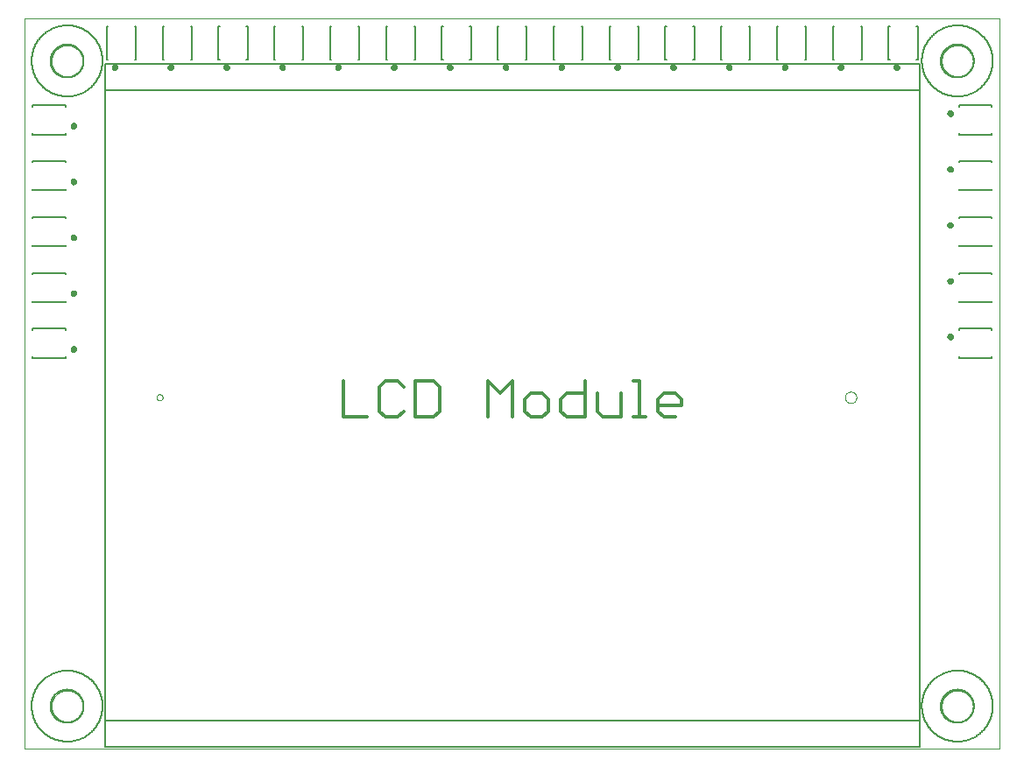
<source format=gto>
G75*
%MOIN*%
%OFA0B0*%
%FSLAX25Y25*%
%IPPOS*%
%LPD*%
%AMOC8*
5,1,8,0,0,1.08239X$1,22.5*
%
%ADD10C,0.00000*%
%ADD11C,0.00600*%
%ADD12C,0.00800*%
%ADD13C,0.00500*%
%ADD14C,0.01200*%
D10*
X0007875Y0004375D02*
X0007875Y0282466D01*
X0379027Y0282466D01*
X0379027Y0004375D01*
X0007875Y0004375D01*
X0018219Y0020625D02*
X0018221Y0020778D01*
X0018227Y0020932D01*
X0018237Y0021085D01*
X0018251Y0021237D01*
X0018269Y0021390D01*
X0018291Y0021541D01*
X0018316Y0021692D01*
X0018346Y0021843D01*
X0018380Y0021993D01*
X0018417Y0022141D01*
X0018458Y0022289D01*
X0018503Y0022435D01*
X0018552Y0022581D01*
X0018605Y0022725D01*
X0018661Y0022867D01*
X0018721Y0023008D01*
X0018785Y0023148D01*
X0018852Y0023286D01*
X0018923Y0023422D01*
X0018998Y0023556D01*
X0019075Y0023688D01*
X0019157Y0023818D01*
X0019241Y0023946D01*
X0019329Y0024072D01*
X0019420Y0024195D01*
X0019514Y0024316D01*
X0019612Y0024434D01*
X0019712Y0024550D01*
X0019816Y0024663D01*
X0019922Y0024774D01*
X0020031Y0024882D01*
X0020143Y0024987D01*
X0020257Y0025088D01*
X0020375Y0025187D01*
X0020494Y0025283D01*
X0020616Y0025376D01*
X0020741Y0025465D01*
X0020868Y0025552D01*
X0020997Y0025634D01*
X0021128Y0025714D01*
X0021261Y0025790D01*
X0021396Y0025863D01*
X0021533Y0025932D01*
X0021672Y0025997D01*
X0021812Y0026059D01*
X0021954Y0026117D01*
X0022097Y0026172D01*
X0022242Y0026223D01*
X0022388Y0026270D01*
X0022535Y0026313D01*
X0022683Y0026352D01*
X0022832Y0026388D01*
X0022982Y0026419D01*
X0023133Y0026447D01*
X0023284Y0026471D01*
X0023437Y0026491D01*
X0023589Y0026507D01*
X0023742Y0026519D01*
X0023895Y0026527D01*
X0024048Y0026531D01*
X0024202Y0026531D01*
X0024355Y0026527D01*
X0024508Y0026519D01*
X0024661Y0026507D01*
X0024813Y0026491D01*
X0024966Y0026471D01*
X0025117Y0026447D01*
X0025268Y0026419D01*
X0025418Y0026388D01*
X0025567Y0026352D01*
X0025715Y0026313D01*
X0025862Y0026270D01*
X0026008Y0026223D01*
X0026153Y0026172D01*
X0026296Y0026117D01*
X0026438Y0026059D01*
X0026578Y0025997D01*
X0026717Y0025932D01*
X0026854Y0025863D01*
X0026989Y0025790D01*
X0027122Y0025714D01*
X0027253Y0025634D01*
X0027382Y0025552D01*
X0027509Y0025465D01*
X0027634Y0025376D01*
X0027756Y0025283D01*
X0027875Y0025187D01*
X0027993Y0025088D01*
X0028107Y0024987D01*
X0028219Y0024882D01*
X0028328Y0024774D01*
X0028434Y0024663D01*
X0028538Y0024550D01*
X0028638Y0024434D01*
X0028736Y0024316D01*
X0028830Y0024195D01*
X0028921Y0024072D01*
X0029009Y0023946D01*
X0029093Y0023818D01*
X0029175Y0023688D01*
X0029252Y0023556D01*
X0029327Y0023422D01*
X0029398Y0023286D01*
X0029465Y0023148D01*
X0029529Y0023008D01*
X0029589Y0022867D01*
X0029645Y0022725D01*
X0029698Y0022581D01*
X0029747Y0022435D01*
X0029792Y0022289D01*
X0029833Y0022141D01*
X0029870Y0021993D01*
X0029904Y0021843D01*
X0029934Y0021692D01*
X0029959Y0021541D01*
X0029981Y0021390D01*
X0029999Y0021237D01*
X0030013Y0021085D01*
X0030023Y0020932D01*
X0030029Y0020778D01*
X0030031Y0020625D01*
X0030029Y0020472D01*
X0030023Y0020318D01*
X0030013Y0020165D01*
X0029999Y0020013D01*
X0029981Y0019860D01*
X0029959Y0019709D01*
X0029934Y0019558D01*
X0029904Y0019407D01*
X0029870Y0019257D01*
X0029833Y0019109D01*
X0029792Y0018961D01*
X0029747Y0018815D01*
X0029698Y0018669D01*
X0029645Y0018525D01*
X0029589Y0018383D01*
X0029529Y0018242D01*
X0029465Y0018102D01*
X0029398Y0017964D01*
X0029327Y0017828D01*
X0029252Y0017694D01*
X0029175Y0017562D01*
X0029093Y0017432D01*
X0029009Y0017304D01*
X0028921Y0017178D01*
X0028830Y0017055D01*
X0028736Y0016934D01*
X0028638Y0016816D01*
X0028538Y0016700D01*
X0028434Y0016587D01*
X0028328Y0016476D01*
X0028219Y0016368D01*
X0028107Y0016263D01*
X0027993Y0016162D01*
X0027875Y0016063D01*
X0027756Y0015967D01*
X0027634Y0015874D01*
X0027509Y0015785D01*
X0027382Y0015698D01*
X0027253Y0015616D01*
X0027122Y0015536D01*
X0026989Y0015460D01*
X0026854Y0015387D01*
X0026717Y0015318D01*
X0026578Y0015253D01*
X0026438Y0015191D01*
X0026296Y0015133D01*
X0026153Y0015078D01*
X0026008Y0015027D01*
X0025862Y0014980D01*
X0025715Y0014937D01*
X0025567Y0014898D01*
X0025418Y0014862D01*
X0025268Y0014831D01*
X0025117Y0014803D01*
X0024966Y0014779D01*
X0024813Y0014759D01*
X0024661Y0014743D01*
X0024508Y0014731D01*
X0024355Y0014723D01*
X0024202Y0014719D01*
X0024048Y0014719D01*
X0023895Y0014723D01*
X0023742Y0014731D01*
X0023589Y0014743D01*
X0023437Y0014759D01*
X0023284Y0014779D01*
X0023133Y0014803D01*
X0022982Y0014831D01*
X0022832Y0014862D01*
X0022683Y0014898D01*
X0022535Y0014937D01*
X0022388Y0014980D01*
X0022242Y0015027D01*
X0022097Y0015078D01*
X0021954Y0015133D01*
X0021812Y0015191D01*
X0021672Y0015253D01*
X0021533Y0015318D01*
X0021396Y0015387D01*
X0021261Y0015460D01*
X0021128Y0015536D01*
X0020997Y0015616D01*
X0020868Y0015698D01*
X0020741Y0015785D01*
X0020616Y0015874D01*
X0020494Y0015967D01*
X0020375Y0016063D01*
X0020257Y0016162D01*
X0020143Y0016263D01*
X0020031Y0016368D01*
X0019922Y0016476D01*
X0019816Y0016587D01*
X0019712Y0016700D01*
X0019612Y0016816D01*
X0019514Y0016934D01*
X0019420Y0017055D01*
X0019329Y0017178D01*
X0019241Y0017304D01*
X0019157Y0017432D01*
X0019075Y0017562D01*
X0018998Y0017694D01*
X0018923Y0017828D01*
X0018852Y0017964D01*
X0018785Y0018102D01*
X0018721Y0018242D01*
X0018661Y0018383D01*
X0018605Y0018525D01*
X0018552Y0018669D01*
X0018503Y0018815D01*
X0018458Y0018961D01*
X0018417Y0019109D01*
X0018380Y0019257D01*
X0018346Y0019407D01*
X0018316Y0019558D01*
X0018291Y0019709D01*
X0018269Y0019860D01*
X0018251Y0020013D01*
X0018237Y0020165D01*
X0018227Y0020318D01*
X0018221Y0020472D01*
X0018219Y0020625D01*
X0058136Y0138125D02*
X0058138Y0138194D01*
X0058144Y0138262D01*
X0058154Y0138330D01*
X0058168Y0138397D01*
X0058186Y0138464D01*
X0058207Y0138529D01*
X0058233Y0138593D01*
X0058262Y0138655D01*
X0058294Y0138715D01*
X0058330Y0138774D01*
X0058370Y0138830D01*
X0058412Y0138884D01*
X0058458Y0138935D01*
X0058507Y0138984D01*
X0058558Y0139030D01*
X0058612Y0139072D01*
X0058668Y0139112D01*
X0058726Y0139148D01*
X0058787Y0139180D01*
X0058849Y0139209D01*
X0058913Y0139235D01*
X0058978Y0139256D01*
X0059045Y0139274D01*
X0059112Y0139288D01*
X0059180Y0139298D01*
X0059248Y0139304D01*
X0059317Y0139306D01*
X0059386Y0139304D01*
X0059454Y0139298D01*
X0059522Y0139288D01*
X0059589Y0139274D01*
X0059656Y0139256D01*
X0059721Y0139235D01*
X0059785Y0139209D01*
X0059847Y0139180D01*
X0059907Y0139148D01*
X0059966Y0139112D01*
X0060022Y0139072D01*
X0060076Y0139030D01*
X0060127Y0138984D01*
X0060176Y0138935D01*
X0060222Y0138884D01*
X0060264Y0138830D01*
X0060304Y0138774D01*
X0060340Y0138715D01*
X0060372Y0138655D01*
X0060401Y0138593D01*
X0060427Y0138529D01*
X0060448Y0138464D01*
X0060466Y0138397D01*
X0060480Y0138330D01*
X0060490Y0138262D01*
X0060496Y0138194D01*
X0060498Y0138125D01*
X0060496Y0138056D01*
X0060490Y0137988D01*
X0060480Y0137920D01*
X0060466Y0137853D01*
X0060448Y0137786D01*
X0060427Y0137721D01*
X0060401Y0137657D01*
X0060372Y0137595D01*
X0060340Y0137534D01*
X0060304Y0137476D01*
X0060264Y0137420D01*
X0060222Y0137366D01*
X0060176Y0137315D01*
X0060127Y0137266D01*
X0060076Y0137220D01*
X0060022Y0137178D01*
X0059966Y0137138D01*
X0059908Y0137102D01*
X0059847Y0137070D01*
X0059785Y0137041D01*
X0059721Y0137015D01*
X0059656Y0136994D01*
X0059589Y0136976D01*
X0059522Y0136962D01*
X0059454Y0136952D01*
X0059386Y0136946D01*
X0059317Y0136944D01*
X0059248Y0136946D01*
X0059180Y0136952D01*
X0059112Y0136962D01*
X0059045Y0136976D01*
X0058978Y0136994D01*
X0058913Y0137015D01*
X0058849Y0137041D01*
X0058787Y0137070D01*
X0058726Y0137102D01*
X0058668Y0137138D01*
X0058612Y0137178D01*
X0058558Y0137220D01*
X0058507Y0137266D01*
X0058458Y0137315D01*
X0058412Y0137366D01*
X0058370Y0137420D01*
X0058330Y0137476D01*
X0058294Y0137534D01*
X0058262Y0137595D01*
X0058233Y0137657D01*
X0058207Y0137721D01*
X0058186Y0137786D01*
X0058168Y0137853D01*
X0058154Y0137920D01*
X0058144Y0137988D01*
X0058138Y0138056D01*
X0058136Y0138125D01*
X0320144Y0138125D02*
X0320146Y0138218D01*
X0320152Y0138310D01*
X0320162Y0138402D01*
X0320176Y0138493D01*
X0320193Y0138584D01*
X0320215Y0138674D01*
X0320240Y0138763D01*
X0320269Y0138851D01*
X0320302Y0138937D01*
X0320339Y0139022D01*
X0320379Y0139106D01*
X0320423Y0139187D01*
X0320470Y0139267D01*
X0320520Y0139345D01*
X0320574Y0139420D01*
X0320631Y0139493D01*
X0320691Y0139563D01*
X0320754Y0139631D01*
X0320820Y0139696D01*
X0320888Y0139758D01*
X0320959Y0139818D01*
X0321033Y0139874D01*
X0321109Y0139927D01*
X0321187Y0139976D01*
X0321267Y0140023D01*
X0321349Y0140065D01*
X0321433Y0140105D01*
X0321518Y0140140D01*
X0321605Y0140172D01*
X0321693Y0140201D01*
X0321782Y0140225D01*
X0321872Y0140246D01*
X0321963Y0140262D01*
X0322055Y0140275D01*
X0322147Y0140284D01*
X0322240Y0140289D01*
X0322332Y0140290D01*
X0322425Y0140287D01*
X0322517Y0140280D01*
X0322609Y0140269D01*
X0322700Y0140254D01*
X0322791Y0140236D01*
X0322881Y0140213D01*
X0322969Y0140187D01*
X0323057Y0140157D01*
X0323143Y0140123D01*
X0323227Y0140086D01*
X0323310Y0140044D01*
X0323391Y0140000D01*
X0323471Y0139952D01*
X0323548Y0139901D01*
X0323622Y0139846D01*
X0323695Y0139788D01*
X0323765Y0139728D01*
X0323832Y0139664D01*
X0323896Y0139598D01*
X0323958Y0139528D01*
X0324016Y0139457D01*
X0324071Y0139383D01*
X0324123Y0139306D01*
X0324172Y0139227D01*
X0324218Y0139147D01*
X0324260Y0139064D01*
X0324298Y0138980D01*
X0324333Y0138894D01*
X0324364Y0138807D01*
X0324391Y0138719D01*
X0324414Y0138629D01*
X0324434Y0138539D01*
X0324450Y0138448D01*
X0324462Y0138356D01*
X0324470Y0138264D01*
X0324474Y0138171D01*
X0324474Y0138079D01*
X0324470Y0137986D01*
X0324462Y0137894D01*
X0324450Y0137802D01*
X0324434Y0137711D01*
X0324414Y0137621D01*
X0324391Y0137531D01*
X0324364Y0137443D01*
X0324333Y0137356D01*
X0324298Y0137270D01*
X0324260Y0137186D01*
X0324218Y0137103D01*
X0324172Y0137023D01*
X0324123Y0136944D01*
X0324071Y0136867D01*
X0324016Y0136793D01*
X0323958Y0136722D01*
X0323896Y0136652D01*
X0323832Y0136586D01*
X0323765Y0136522D01*
X0323695Y0136462D01*
X0323622Y0136404D01*
X0323548Y0136349D01*
X0323471Y0136298D01*
X0323392Y0136250D01*
X0323310Y0136206D01*
X0323227Y0136164D01*
X0323143Y0136127D01*
X0323057Y0136093D01*
X0322969Y0136063D01*
X0322881Y0136037D01*
X0322791Y0136014D01*
X0322700Y0135996D01*
X0322609Y0135981D01*
X0322517Y0135970D01*
X0322425Y0135963D01*
X0322332Y0135960D01*
X0322240Y0135961D01*
X0322147Y0135966D01*
X0322055Y0135975D01*
X0321963Y0135988D01*
X0321872Y0136004D01*
X0321782Y0136025D01*
X0321693Y0136049D01*
X0321605Y0136078D01*
X0321518Y0136110D01*
X0321433Y0136145D01*
X0321349Y0136185D01*
X0321267Y0136227D01*
X0321187Y0136274D01*
X0321109Y0136323D01*
X0321033Y0136376D01*
X0320959Y0136432D01*
X0320888Y0136492D01*
X0320820Y0136554D01*
X0320754Y0136619D01*
X0320691Y0136687D01*
X0320631Y0136757D01*
X0320574Y0136830D01*
X0320520Y0136905D01*
X0320470Y0136983D01*
X0320423Y0137063D01*
X0320379Y0137144D01*
X0320339Y0137228D01*
X0320302Y0137313D01*
X0320269Y0137399D01*
X0320240Y0137487D01*
X0320215Y0137576D01*
X0320193Y0137666D01*
X0320176Y0137757D01*
X0320162Y0137848D01*
X0320152Y0137940D01*
X0320146Y0138032D01*
X0320144Y0138125D01*
X0356969Y0020625D02*
X0356971Y0020778D01*
X0356977Y0020932D01*
X0356987Y0021085D01*
X0357001Y0021237D01*
X0357019Y0021390D01*
X0357041Y0021541D01*
X0357066Y0021692D01*
X0357096Y0021843D01*
X0357130Y0021993D01*
X0357167Y0022141D01*
X0357208Y0022289D01*
X0357253Y0022435D01*
X0357302Y0022581D01*
X0357355Y0022725D01*
X0357411Y0022867D01*
X0357471Y0023008D01*
X0357535Y0023148D01*
X0357602Y0023286D01*
X0357673Y0023422D01*
X0357748Y0023556D01*
X0357825Y0023688D01*
X0357907Y0023818D01*
X0357991Y0023946D01*
X0358079Y0024072D01*
X0358170Y0024195D01*
X0358264Y0024316D01*
X0358362Y0024434D01*
X0358462Y0024550D01*
X0358566Y0024663D01*
X0358672Y0024774D01*
X0358781Y0024882D01*
X0358893Y0024987D01*
X0359007Y0025088D01*
X0359125Y0025187D01*
X0359244Y0025283D01*
X0359366Y0025376D01*
X0359491Y0025465D01*
X0359618Y0025552D01*
X0359747Y0025634D01*
X0359878Y0025714D01*
X0360011Y0025790D01*
X0360146Y0025863D01*
X0360283Y0025932D01*
X0360422Y0025997D01*
X0360562Y0026059D01*
X0360704Y0026117D01*
X0360847Y0026172D01*
X0360992Y0026223D01*
X0361138Y0026270D01*
X0361285Y0026313D01*
X0361433Y0026352D01*
X0361582Y0026388D01*
X0361732Y0026419D01*
X0361883Y0026447D01*
X0362034Y0026471D01*
X0362187Y0026491D01*
X0362339Y0026507D01*
X0362492Y0026519D01*
X0362645Y0026527D01*
X0362798Y0026531D01*
X0362952Y0026531D01*
X0363105Y0026527D01*
X0363258Y0026519D01*
X0363411Y0026507D01*
X0363563Y0026491D01*
X0363716Y0026471D01*
X0363867Y0026447D01*
X0364018Y0026419D01*
X0364168Y0026388D01*
X0364317Y0026352D01*
X0364465Y0026313D01*
X0364612Y0026270D01*
X0364758Y0026223D01*
X0364903Y0026172D01*
X0365046Y0026117D01*
X0365188Y0026059D01*
X0365328Y0025997D01*
X0365467Y0025932D01*
X0365604Y0025863D01*
X0365739Y0025790D01*
X0365872Y0025714D01*
X0366003Y0025634D01*
X0366132Y0025552D01*
X0366259Y0025465D01*
X0366384Y0025376D01*
X0366506Y0025283D01*
X0366625Y0025187D01*
X0366743Y0025088D01*
X0366857Y0024987D01*
X0366969Y0024882D01*
X0367078Y0024774D01*
X0367184Y0024663D01*
X0367288Y0024550D01*
X0367388Y0024434D01*
X0367486Y0024316D01*
X0367580Y0024195D01*
X0367671Y0024072D01*
X0367759Y0023946D01*
X0367843Y0023818D01*
X0367925Y0023688D01*
X0368002Y0023556D01*
X0368077Y0023422D01*
X0368148Y0023286D01*
X0368215Y0023148D01*
X0368279Y0023008D01*
X0368339Y0022867D01*
X0368395Y0022725D01*
X0368448Y0022581D01*
X0368497Y0022435D01*
X0368542Y0022289D01*
X0368583Y0022141D01*
X0368620Y0021993D01*
X0368654Y0021843D01*
X0368684Y0021692D01*
X0368709Y0021541D01*
X0368731Y0021390D01*
X0368749Y0021237D01*
X0368763Y0021085D01*
X0368773Y0020932D01*
X0368779Y0020778D01*
X0368781Y0020625D01*
X0368779Y0020472D01*
X0368773Y0020318D01*
X0368763Y0020165D01*
X0368749Y0020013D01*
X0368731Y0019860D01*
X0368709Y0019709D01*
X0368684Y0019558D01*
X0368654Y0019407D01*
X0368620Y0019257D01*
X0368583Y0019109D01*
X0368542Y0018961D01*
X0368497Y0018815D01*
X0368448Y0018669D01*
X0368395Y0018525D01*
X0368339Y0018383D01*
X0368279Y0018242D01*
X0368215Y0018102D01*
X0368148Y0017964D01*
X0368077Y0017828D01*
X0368002Y0017694D01*
X0367925Y0017562D01*
X0367843Y0017432D01*
X0367759Y0017304D01*
X0367671Y0017178D01*
X0367580Y0017055D01*
X0367486Y0016934D01*
X0367388Y0016816D01*
X0367288Y0016700D01*
X0367184Y0016587D01*
X0367078Y0016476D01*
X0366969Y0016368D01*
X0366857Y0016263D01*
X0366743Y0016162D01*
X0366625Y0016063D01*
X0366506Y0015967D01*
X0366384Y0015874D01*
X0366259Y0015785D01*
X0366132Y0015698D01*
X0366003Y0015616D01*
X0365872Y0015536D01*
X0365739Y0015460D01*
X0365604Y0015387D01*
X0365467Y0015318D01*
X0365328Y0015253D01*
X0365188Y0015191D01*
X0365046Y0015133D01*
X0364903Y0015078D01*
X0364758Y0015027D01*
X0364612Y0014980D01*
X0364465Y0014937D01*
X0364317Y0014898D01*
X0364168Y0014862D01*
X0364018Y0014831D01*
X0363867Y0014803D01*
X0363716Y0014779D01*
X0363563Y0014759D01*
X0363411Y0014743D01*
X0363258Y0014731D01*
X0363105Y0014723D01*
X0362952Y0014719D01*
X0362798Y0014719D01*
X0362645Y0014723D01*
X0362492Y0014731D01*
X0362339Y0014743D01*
X0362187Y0014759D01*
X0362034Y0014779D01*
X0361883Y0014803D01*
X0361732Y0014831D01*
X0361582Y0014862D01*
X0361433Y0014898D01*
X0361285Y0014937D01*
X0361138Y0014980D01*
X0360992Y0015027D01*
X0360847Y0015078D01*
X0360704Y0015133D01*
X0360562Y0015191D01*
X0360422Y0015253D01*
X0360283Y0015318D01*
X0360146Y0015387D01*
X0360011Y0015460D01*
X0359878Y0015536D01*
X0359747Y0015616D01*
X0359618Y0015698D01*
X0359491Y0015785D01*
X0359366Y0015874D01*
X0359244Y0015967D01*
X0359125Y0016063D01*
X0359007Y0016162D01*
X0358893Y0016263D01*
X0358781Y0016368D01*
X0358672Y0016476D01*
X0358566Y0016587D01*
X0358462Y0016700D01*
X0358362Y0016816D01*
X0358264Y0016934D01*
X0358170Y0017055D01*
X0358079Y0017178D01*
X0357991Y0017304D01*
X0357907Y0017432D01*
X0357825Y0017562D01*
X0357748Y0017694D01*
X0357673Y0017828D01*
X0357602Y0017964D01*
X0357535Y0018102D01*
X0357471Y0018242D01*
X0357411Y0018383D01*
X0357355Y0018525D01*
X0357302Y0018669D01*
X0357253Y0018815D01*
X0357208Y0018961D01*
X0357167Y0019109D01*
X0357130Y0019257D01*
X0357096Y0019407D01*
X0357066Y0019558D01*
X0357041Y0019709D01*
X0357019Y0019860D01*
X0357001Y0020013D01*
X0356987Y0020165D01*
X0356977Y0020318D01*
X0356971Y0020472D01*
X0356969Y0020625D01*
X0356969Y0266250D02*
X0356971Y0266403D01*
X0356977Y0266557D01*
X0356987Y0266710D01*
X0357001Y0266862D01*
X0357019Y0267015D01*
X0357041Y0267166D01*
X0357066Y0267317D01*
X0357096Y0267468D01*
X0357130Y0267618D01*
X0357167Y0267766D01*
X0357208Y0267914D01*
X0357253Y0268060D01*
X0357302Y0268206D01*
X0357355Y0268350D01*
X0357411Y0268492D01*
X0357471Y0268633D01*
X0357535Y0268773D01*
X0357602Y0268911D01*
X0357673Y0269047D01*
X0357748Y0269181D01*
X0357825Y0269313D01*
X0357907Y0269443D01*
X0357991Y0269571D01*
X0358079Y0269697D01*
X0358170Y0269820D01*
X0358264Y0269941D01*
X0358362Y0270059D01*
X0358462Y0270175D01*
X0358566Y0270288D01*
X0358672Y0270399D01*
X0358781Y0270507D01*
X0358893Y0270612D01*
X0359007Y0270713D01*
X0359125Y0270812D01*
X0359244Y0270908D01*
X0359366Y0271001D01*
X0359491Y0271090D01*
X0359618Y0271177D01*
X0359747Y0271259D01*
X0359878Y0271339D01*
X0360011Y0271415D01*
X0360146Y0271488D01*
X0360283Y0271557D01*
X0360422Y0271622D01*
X0360562Y0271684D01*
X0360704Y0271742D01*
X0360847Y0271797D01*
X0360992Y0271848D01*
X0361138Y0271895D01*
X0361285Y0271938D01*
X0361433Y0271977D01*
X0361582Y0272013D01*
X0361732Y0272044D01*
X0361883Y0272072D01*
X0362034Y0272096D01*
X0362187Y0272116D01*
X0362339Y0272132D01*
X0362492Y0272144D01*
X0362645Y0272152D01*
X0362798Y0272156D01*
X0362952Y0272156D01*
X0363105Y0272152D01*
X0363258Y0272144D01*
X0363411Y0272132D01*
X0363563Y0272116D01*
X0363716Y0272096D01*
X0363867Y0272072D01*
X0364018Y0272044D01*
X0364168Y0272013D01*
X0364317Y0271977D01*
X0364465Y0271938D01*
X0364612Y0271895D01*
X0364758Y0271848D01*
X0364903Y0271797D01*
X0365046Y0271742D01*
X0365188Y0271684D01*
X0365328Y0271622D01*
X0365467Y0271557D01*
X0365604Y0271488D01*
X0365739Y0271415D01*
X0365872Y0271339D01*
X0366003Y0271259D01*
X0366132Y0271177D01*
X0366259Y0271090D01*
X0366384Y0271001D01*
X0366506Y0270908D01*
X0366625Y0270812D01*
X0366743Y0270713D01*
X0366857Y0270612D01*
X0366969Y0270507D01*
X0367078Y0270399D01*
X0367184Y0270288D01*
X0367288Y0270175D01*
X0367388Y0270059D01*
X0367486Y0269941D01*
X0367580Y0269820D01*
X0367671Y0269697D01*
X0367759Y0269571D01*
X0367843Y0269443D01*
X0367925Y0269313D01*
X0368002Y0269181D01*
X0368077Y0269047D01*
X0368148Y0268911D01*
X0368215Y0268773D01*
X0368279Y0268633D01*
X0368339Y0268492D01*
X0368395Y0268350D01*
X0368448Y0268206D01*
X0368497Y0268060D01*
X0368542Y0267914D01*
X0368583Y0267766D01*
X0368620Y0267618D01*
X0368654Y0267468D01*
X0368684Y0267317D01*
X0368709Y0267166D01*
X0368731Y0267015D01*
X0368749Y0266862D01*
X0368763Y0266710D01*
X0368773Y0266557D01*
X0368779Y0266403D01*
X0368781Y0266250D01*
X0368779Y0266097D01*
X0368773Y0265943D01*
X0368763Y0265790D01*
X0368749Y0265638D01*
X0368731Y0265485D01*
X0368709Y0265334D01*
X0368684Y0265183D01*
X0368654Y0265032D01*
X0368620Y0264882D01*
X0368583Y0264734D01*
X0368542Y0264586D01*
X0368497Y0264440D01*
X0368448Y0264294D01*
X0368395Y0264150D01*
X0368339Y0264008D01*
X0368279Y0263867D01*
X0368215Y0263727D01*
X0368148Y0263589D01*
X0368077Y0263453D01*
X0368002Y0263319D01*
X0367925Y0263187D01*
X0367843Y0263057D01*
X0367759Y0262929D01*
X0367671Y0262803D01*
X0367580Y0262680D01*
X0367486Y0262559D01*
X0367388Y0262441D01*
X0367288Y0262325D01*
X0367184Y0262212D01*
X0367078Y0262101D01*
X0366969Y0261993D01*
X0366857Y0261888D01*
X0366743Y0261787D01*
X0366625Y0261688D01*
X0366506Y0261592D01*
X0366384Y0261499D01*
X0366259Y0261410D01*
X0366132Y0261323D01*
X0366003Y0261241D01*
X0365872Y0261161D01*
X0365739Y0261085D01*
X0365604Y0261012D01*
X0365467Y0260943D01*
X0365328Y0260878D01*
X0365188Y0260816D01*
X0365046Y0260758D01*
X0364903Y0260703D01*
X0364758Y0260652D01*
X0364612Y0260605D01*
X0364465Y0260562D01*
X0364317Y0260523D01*
X0364168Y0260487D01*
X0364018Y0260456D01*
X0363867Y0260428D01*
X0363716Y0260404D01*
X0363563Y0260384D01*
X0363411Y0260368D01*
X0363258Y0260356D01*
X0363105Y0260348D01*
X0362952Y0260344D01*
X0362798Y0260344D01*
X0362645Y0260348D01*
X0362492Y0260356D01*
X0362339Y0260368D01*
X0362187Y0260384D01*
X0362034Y0260404D01*
X0361883Y0260428D01*
X0361732Y0260456D01*
X0361582Y0260487D01*
X0361433Y0260523D01*
X0361285Y0260562D01*
X0361138Y0260605D01*
X0360992Y0260652D01*
X0360847Y0260703D01*
X0360704Y0260758D01*
X0360562Y0260816D01*
X0360422Y0260878D01*
X0360283Y0260943D01*
X0360146Y0261012D01*
X0360011Y0261085D01*
X0359878Y0261161D01*
X0359747Y0261241D01*
X0359618Y0261323D01*
X0359491Y0261410D01*
X0359366Y0261499D01*
X0359244Y0261592D01*
X0359125Y0261688D01*
X0359007Y0261787D01*
X0358893Y0261888D01*
X0358781Y0261993D01*
X0358672Y0262101D01*
X0358566Y0262212D01*
X0358462Y0262325D01*
X0358362Y0262441D01*
X0358264Y0262559D01*
X0358170Y0262680D01*
X0358079Y0262803D01*
X0357991Y0262929D01*
X0357907Y0263057D01*
X0357825Y0263187D01*
X0357748Y0263319D01*
X0357673Y0263453D01*
X0357602Y0263589D01*
X0357535Y0263727D01*
X0357471Y0263867D01*
X0357411Y0264008D01*
X0357355Y0264150D01*
X0357302Y0264294D01*
X0357253Y0264440D01*
X0357208Y0264586D01*
X0357167Y0264734D01*
X0357130Y0264882D01*
X0357096Y0265032D01*
X0357066Y0265183D01*
X0357041Y0265334D01*
X0357019Y0265485D01*
X0357001Y0265638D01*
X0356987Y0265790D01*
X0356977Y0265943D01*
X0356971Y0266097D01*
X0356969Y0266250D01*
X0018219Y0266250D02*
X0018221Y0266403D01*
X0018227Y0266557D01*
X0018237Y0266710D01*
X0018251Y0266862D01*
X0018269Y0267015D01*
X0018291Y0267166D01*
X0018316Y0267317D01*
X0018346Y0267468D01*
X0018380Y0267618D01*
X0018417Y0267766D01*
X0018458Y0267914D01*
X0018503Y0268060D01*
X0018552Y0268206D01*
X0018605Y0268350D01*
X0018661Y0268492D01*
X0018721Y0268633D01*
X0018785Y0268773D01*
X0018852Y0268911D01*
X0018923Y0269047D01*
X0018998Y0269181D01*
X0019075Y0269313D01*
X0019157Y0269443D01*
X0019241Y0269571D01*
X0019329Y0269697D01*
X0019420Y0269820D01*
X0019514Y0269941D01*
X0019612Y0270059D01*
X0019712Y0270175D01*
X0019816Y0270288D01*
X0019922Y0270399D01*
X0020031Y0270507D01*
X0020143Y0270612D01*
X0020257Y0270713D01*
X0020375Y0270812D01*
X0020494Y0270908D01*
X0020616Y0271001D01*
X0020741Y0271090D01*
X0020868Y0271177D01*
X0020997Y0271259D01*
X0021128Y0271339D01*
X0021261Y0271415D01*
X0021396Y0271488D01*
X0021533Y0271557D01*
X0021672Y0271622D01*
X0021812Y0271684D01*
X0021954Y0271742D01*
X0022097Y0271797D01*
X0022242Y0271848D01*
X0022388Y0271895D01*
X0022535Y0271938D01*
X0022683Y0271977D01*
X0022832Y0272013D01*
X0022982Y0272044D01*
X0023133Y0272072D01*
X0023284Y0272096D01*
X0023437Y0272116D01*
X0023589Y0272132D01*
X0023742Y0272144D01*
X0023895Y0272152D01*
X0024048Y0272156D01*
X0024202Y0272156D01*
X0024355Y0272152D01*
X0024508Y0272144D01*
X0024661Y0272132D01*
X0024813Y0272116D01*
X0024966Y0272096D01*
X0025117Y0272072D01*
X0025268Y0272044D01*
X0025418Y0272013D01*
X0025567Y0271977D01*
X0025715Y0271938D01*
X0025862Y0271895D01*
X0026008Y0271848D01*
X0026153Y0271797D01*
X0026296Y0271742D01*
X0026438Y0271684D01*
X0026578Y0271622D01*
X0026717Y0271557D01*
X0026854Y0271488D01*
X0026989Y0271415D01*
X0027122Y0271339D01*
X0027253Y0271259D01*
X0027382Y0271177D01*
X0027509Y0271090D01*
X0027634Y0271001D01*
X0027756Y0270908D01*
X0027875Y0270812D01*
X0027993Y0270713D01*
X0028107Y0270612D01*
X0028219Y0270507D01*
X0028328Y0270399D01*
X0028434Y0270288D01*
X0028538Y0270175D01*
X0028638Y0270059D01*
X0028736Y0269941D01*
X0028830Y0269820D01*
X0028921Y0269697D01*
X0029009Y0269571D01*
X0029093Y0269443D01*
X0029175Y0269313D01*
X0029252Y0269181D01*
X0029327Y0269047D01*
X0029398Y0268911D01*
X0029465Y0268773D01*
X0029529Y0268633D01*
X0029589Y0268492D01*
X0029645Y0268350D01*
X0029698Y0268206D01*
X0029747Y0268060D01*
X0029792Y0267914D01*
X0029833Y0267766D01*
X0029870Y0267618D01*
X0029904Y0267468D01*
X0029934Y0267317D01*
X0029959Y0267166D01*
X0029981Y0267015D01*
X0029999Y0266862D01*
X0030013Y0266710D01*
X0030023Y0266557D01*
X0030029Y0266403D01*
X0030031Y0266250D01*
X0030029Y0266097D01*
X0030023Y0265943D01*
X0030013Y0265790D01*
X0029999Y0265638D01*
X0029981Y0265485D01*
X0029959Y0265334D01*
X0029934Y0265183D01*
X0029904Y0265032D01*
X0029870Y0264882D01*
X0029833Y0264734D01*
X0029792Y0264586D01*
X0029747Y0264440D01*
X0029698Y0264294D01*
X0029645Y0264150D01*
X0029589Y0264008D01*
X0029529Y0263867D01*
X0029465Y0263727D01*
X0029398Y0263589D01*
X0029327Y0263453D01*
X0029252Y0263319D01*
X0029175Y0263187D01*
X0029093Y0263057D01*
X0029009Y0262929D01*
X0028921Y0262803D01*
X0028830Y0262680D01*
X0028736Y0262559D01*
X0028638Y0262441D01*
X0028538Y0262325D01*
X0028434Y0262212D01*
X0028328Y0262101D01*
X0028219Y0261993D01*
X0028107Y0261888D01*
X0027993Y0261787D01*
X0027875Y0261688D01*
X0027756Y0261592D01*
X0027634Y0261499D01*
X0027509Y0261410D01*
X0027382Y0261323D01*
X0027253Y0261241D01*
X0027122Y0261161D01*
X0026989Y0261085D01*
X0026854Y0261012D01*
X0026717Y0260943D01*
X0026578Y0260878D01*
X0026438Y0260816D01*
X0026296Y0260758D01*
X0026153Y0260703D01*
X0026008Y0260652D01*
X0025862Y0260605D01*
X0025715Y0260562D01*
X0025567Y0260523D01*
X0025418Y0260487D01*
X0025268Y0260456D01*
X0025117Y0260428D01*
X0024966Y0260404D01*
X0024813Y0260384D01*
X0024661Y0260368D01*
X0024508Y0260356D01*
X0024355Y0260348D01*
X0024202Y0260344D01*
X0024048Y0260344D01*
X0023895Y0260348D01*
X0023742Y0260356D01*
X0023589Y0260368D01*
X0023437Y0260384D01*
X0023284Y0260404D01*
X0023133Y0260428D01*
X0022982Y0260456D01*
X0022832Y0260487D01*
X0022683Y0260523D01*
X0022535Y0260562D01*
X0022388Y0260605D01*
X0022242Y0260652D01*
X0022097Y0260703D01*
X0021954Y0260758D01*
X0021812Y0260816D01*
X0021672Y0260878D01*
X0021533Y0260943D01*
X0021396Y0261012D01*
X0021261Y0261085D01*
X0021128Y0261161D01*
X0020997Y0261241D01*
X0020868Y0261323D01*
X0020741Y0261410D01*
X0020616Y0261499D01*
X0020494Y0261592D01*
X0020375Y0261688D01*
X0020257Y0261787D01*
X0020143Y0261888D01*
X0020031Y0261993D01*
X0019922Y0262101D01*
X0019816Y0262212D01*
X0019712Y0262325D01*
X0019612Y0262441D01*
X0019514Y0262559D01*
X0019420Y0262680D01*
X0019329Y0262803D01*
X0019241Y0262929D01*
X0019157Y0263057D01*
X0019075Y0263187D01*
X0018998Y0263319D01*
X0018923Y0263453D01*
X0018852Y0263589D01*
X0018785Y0263727D01*
X0018721Y0263867D01*
X0018661Y0264008D01*
X0018605Y0264150D01*
X0018552Y0264294D01*
X0018503Y0264440D01*
X0018458Y0264586D01*
X0018417Y0264734D01*
X0018380Y0264882D01*
X0018346Y0265032D01*
X0018316Y0265183D01*
X0018291Y0265334D01*
X0018269Y0265485D01*
X0018251Y0265638D01*
X0018237Y0265790D01*
X0018227Y0265943D01*
X0018221Y0266097D01*
X0018219Y0266250D01*
D11*
X0010625Y0266250D02*
X0010629Y0266581D01*
X0010641Y0266912D01*
X0010662Y0267243D01*
X0010690Y0267573D01*
X0010727Y0267903D01*
X0010771Y0268231D01*
X0010824Y0268558D01*
X0010884Y0268884D01*
X0010953Y0269208D01*
X0011030Y0269530D01*
X0011114Y0269851D01*
X0011206Y0270169D01*
X0011306Y0270485D01*
X0011414Y0270798D01*
X0011530Y0271109D01*
X0011653Y0271416D01*
X0011783Y0271721D01*
X0011921Y0272022D01*
X0012066Y0272320D01*
X0012219Y0272614D01*
X0012379Y0272904D01*
X0012546Y0273190D01*
X0012719Y0273472D01*
X0012900Y0273750D01*
X0013088Y0274023D01*
X0013282Y0274292D01*
X0013482Y0274556D01*
X0013689Y0274814D01*
X0013903Y0275068D01*
X0014122Y0275316D01*
X0014348Y0275559D01*
X0014579Y0275796D01*
X0014816Y0276027D01*
X0015059Y0276253D01*
X0015307Y0276472D01*
X0015561Y0276686D01*
X0015819Y0276893D01*
X0016083Y0277093D01*
X0016352Y0277287D01*
X0016625Y0277475D01*
X0016903Y0277656D01*
X0017185Y0277829D01*
X0017471Y0277996D01*
X0017761Y0278156D01*
X0018055Y0278309D01*
X0018353Y0278454D01*
X0018654Y0278592D01*
X0018959Y0278722D01*
X0019266Y0278845D01*
X0019577Y0278961D01*
X0019890Y0279069D01*
X0020206Y0279169D01*
X0020524Y0279261D01*
X0020845Y0279345D01*
X0021167Y0279422D01*
X0021491Y0279491D01*
X0021817Y0279551D01*
X0022144Y0279604D01*
X0022472Y0279648D01*
X0022802Y0279685D01*
X0023132Y0279713D01*
X0023463Y0279734D01*
X0023794Y0279746D01*
X0024125Y0279750D01*
X0024456Y0279746D01*
X0024787Y0279734D01*
X0025118Y0279713D01*
X0025448Y0279685D01*
X0025778Y0279648D01*
X0026106Y0279604D01*
X0026433Y0279551D01*
X0026759Y0279491D01*
X0027083Y0279422D01*
X0027405Y0279345D01*
X0027726Y0279261D01*
X0028044Y0279169D01*
X0028360Y0279069D01*
X0028673Y0278961D01*
X0028984Y0278845D01*
X0029291Y0278722D01*
X0029596Y0278592D01*
X0029897Y0278454D01*
X0030195Y0278309D01*
X0030489Y0278156D01*
X0030779Y0277996D01*
X0031065Y0277829D01*
X0031347Y0277656D01*
X0031625Y0277475D01*
X0031898Y0277287D01*
X0032167Y0277093D01*
X0032431Y0276893D01*
X0032689Y0276686D01*
X0032943Y0276472D01*
X0033191Y0276253D01*
X0033434Y0276027D01*
X0033671Y0275796D01*
X0033902Y0275559D01*
X0034128Y0275316D01*
X0034347Y0275068D01*
X0034561Y0274814D01*
X0034768Y0274556D01*
X0034968Y0274292D01*
X0035162Y0274023D01*
X0035350Y0273750D01*
X0035531Y0273472D01*
X0035704Y0273190D01*
X0035871Y0272904D01*
X0036031Y0272614D01*
X0036184Y0272320D01*
X0036329Y0272022D01*
X0036467Y0271721D01*
X0036597Y0271416D01*
X0036720Y0271109D01*
X0036836Y0270798D01*
X0036944Y0270485D01*
X0037044Y0270169D01*
X0037136Y0269851D01*
X0037220Y0269530D01*
X0037297Y0269208D01*
X0037366Y0268884D01*
X0037426Y0268558D01*
X0037479Y0268231D01*
X0037523Y0267903D01*
X0037560Y0267573D01*
X0037588Y0267243D01*
X0037609Y0266912D01*
X0037621Y0266581D01*
X0037625Y0266250D01*
X0037621Y0265919D01*
X0037609Y0265588D01*
X0037588Y0265257D01*
X0037560Y0264927D01*
X0037523Y0264597D01*
X0037479Y0264269D01*
X0037426Y0263942D01*
X0037366Y0263616D01*
X0037297Y0263292D01*
X0037220Y0262970D01*
X0037136Y0262649D01*
X0037044Y0262331D01*
X0036944Y0262015D01*
X0036836Y0261702D01*
X0036720Y0261391D01*
X0036597Y0261084D01*
X0036467Y0260779D01*
X0036329Y0260478D01*
X0036184Y0260180D01*
X0036031Y0259886D01*
X0035871Y0259596D01*
X0035704Y0259310D01*
X0035531Y0259028D01*
X0035350Y0258750D01*
X0035162Y0258477D01*
X0034968Y0258208D01*
X0034768Y0257944D01*
X0034561Y0257686D01*
X0034347Y0257432D01*
X0034128Y0257184D01*
X0033902Y0256941D01*
X0033671Y0256704D01*
X0033434Y0256473D01*
X0033191Y0256247D01*
X0032943Y0256028D01*
X0032689Y0255814D01*
X0032431Y0255607D01*
X0032167Y0255407D01*
X0031898Y0255213D01*
X0031625Y0255025D01*
X0031347Y0254844D01*
X0031065Y0254671D01*
X0030779Y0254504D01*
X0030489Y0254344D01*
X0030195Y0254191D01*
X0029897Y0254046D01*
X0029596Y0253908D01*
X0029291Y0253778D01*
X0028984Y0253655D01*
X0028673Y0253539D01*
X0028360Y0253431D01*
X0028044Y0253331D01*
X0027726Y0253239D01*
X0027405Y0253155D01*
X0027083Y0253078D01*
X0026759Y0253009D01*
X0026433Y0252949D01*
X0026106Y0252896D01*
X0025778Y0252852D01*
X0025448Y0252815D01*
X0025118Y0252787D01*
X0024787Y0252766D01*
X0024456Y0252754D01*
X0024125Y0252750D01*
X0023794Y0252754D01*
X0023463Y0252766D01*
X0023132Y0252787D01*
X0022802Y0252815D01*
X0022472Y0252852D01*
X0022144Y0252896D01*
X0021817Y0252949D01*
X0021491Y0253009D01*
X0021167Y0253078D01*
X0020845Y0253155D01*
X0020524Y0253239D01*
X0020206Y0253331D01*
X0019890Y0253431D01*
X0019577Y0253539D01*
X0019266Y0253655D01*
X0018959Y0253778D01*
X0018654Y0253908D01*
X0018353Y0254046D01*
X0018055Y0254191D01*
X0017761Y0254344D01*
X0017471Y0254504D01*
X0017185Y0254671D01*
X0016903Y0254844D01*
X0016625Y0255025D01*
X0016352Y0255213D01*
X0016083Y0255407D01*
X0015819Y0255607D01*
X0015561Y0255814D01*
X0015307Y0256028D01*
X0015059Y0256247D01*
X0014816Y0256473D01*
X0014579Y0256704D01*
X0014348Y0256941D01*
X0014122Y0257184D01*
X0013903Y0257432D01*
X0013689Y0257686D01*
X0013482Y0257944D01*
X0013282Y0258208D01*
X0013088Y0258477D01*
X0012900Y0258750D01*
X0012719Y0259028D01*
X0012546Y0259310D01*
X0012379Y0259596D01*
X0012219Y0259886D01*
X0012066Y0260180D01*
X0011921Y0260478D01*
X0011783Y0260779D01*
X0011653Y0261084D01*
X0011530Y0261391D01*
X0011414Y0261702D01*
X0011306Y0262015D01*
X0011206Y0262331D01*
X0011114Y0262649D01*
X0011030Y0262970D01*
X0010953Y0263292D01*
X0010884Y0263616D01*
X0010824Y0263942D01*
X0010771Y0264269D01*
X0010727Y0264597D01*
X0010690Y0264927D01*
X0010662Y0265257D01*
X0010641Y0265588D01*
X0010629Y0265919D01*
X0010625Y0266250D01*
X0349375Y0266250D02*
X0349379Y0266581D01*
X0349391Y0266912D01*
X0349412Y0267243D01*
X0349440Y0267573D01*
X0349477Y0267903D01*
X0349521Y0268231D01*
X0349574Y0268558D01*
X0349634Y0268884D01*
X0349703Y0269208D01*
X0349780Y0269530D01*
X0349864Y0269851D01*
X0349956Y0270169D01*
X0350056Y0270485D01*
X0350164Y0270798D01*
X0350280Y0271109D01*
X0350403Y0271416D01*
X0350533Y0271721D01*
X0350671Y0272022D01*
X0350816Y0272320D01*
X0350969Y0272614D01*
X0351129Y0272904D01*
X0351296Y0273190D01*
X0351469Y0273472D01*
X0351650Y0273750D01*
X0351838Y0274023D01*
X0352032Y0274292D01*
X0352232Y0274556D01*
X0352439Y0274814D01*
X0352653Y0275068D01*
X0352872Y0275316D01*
X0353098Y0275559D01*
X0353329Y0275796D01*
X0353566Y0276027D01*
X0353809Y0276253D01*
X0354057Y0276472D01*
X0354311Y0276686D01*
X0354569Y0276893D01*
X0354833Y0277093D01*
X0355102Y0277287D01*
X0355375Y0277475D01*
X0355653Y0277656D01*
X0355935Y0277829D01*
X0356221Y0277996D01*
X0356511Y0278156D01*
X0356805Y0278309D01*
X0357103Y0278454D01*
X0357404Y0278592D01*
X0357709Y0278722D01*
X0358016Y0278845D01*
X0358327Y0278961D01*
X0358640Y0279069D01*
X0358956Y0279169D01*
X0359274Y0279261D01*
X0359595Y0279345D01*
X0359917Y0279422D01*
X0360241Y0279491D01*
X0360567Y0279551D01*
X0360894Y0279604D01*
X0361222Y0279648D01*
X0361552Y0279685D01*
X0361882Y0279713D01*
X0362213Y0279734D01*
X0362544Y0279746D01*
X0362875Y0279750D01*
X0363206Y0279746D01*
X0363537Y0279734D01*
X0363868Y0279713D01*
X0364198Y0279685D01*
X0364528Y0279648D01*
X0364856Y0279604D01*
X0365183Y0279551D01*
X0365509Y0279491D01*
X0365833Y0279422D01*
X0366155Y0279345D01*
X0366476Y0279261D01*
X0366794Y0279169D01*
X0367110Y0279069D01*
X0367423Y0278961D01*
X0367734Y0278845D01*
X0368041Y0278722D01*
X0368346Y0278592D01*
X0368647Y0278454D01*
X0368945Y0278309D01*
X0369239Y0278156D01*
X0369529Y0277996D01*
X0369815Y0277829D01*
X0370097Y0277656D01*
X0370375Y0277475D01*
X0370648Y0277287D01*
X0370917Y0277093D01*
X0371181Y0276893D01*
X0371439Y0276686D01*
X0371693Y0276472D01*
X0371941Y0276253D01*
X0372184Y0276027D01*
X0372421Y0275796D01*
X0372652Y0275559D01*
X0372878Y0275316D01*
X0373097Y0275068D01*
X0373311Y0274814D01*
X0373518Y0274556D01*
X0373718Y0274292D01*
X0373912Y0274023D01*
X0374100Y0273750D01*
X0374281Y0273472D01*
X0374454Y0273190D01*
X0374621Y0272904D01*
X0374781Y0272614D01*
X0374934Y0272320D01*
X0375079Y0272022D01*
X0375217Y0271721D01*
X0375347Y0271416D01*
X0375470Y0271109D01*
X0375586Y0270798D01*
X0375694Y0270485D01*
X0375794Y0270169D01*
X0375886Y0269851D01*
X0375970Y0269530D01*
X0376047Y0269208D01*
X0376116Y0268884D01*
X0376176Y0268558D01*
X0376229Y0268231D01*
X0376273Y0267903D01*
X0376310Y0267573D01*
X0376338Y0267243D01*
X0376359Y0266912D01*
X0376371Y0266581D01*
X0376375Y0266250D01*
X0376371Y0265919D01*
X0376359Y0265588D01*
X0376338Y0265257D01*
X0376310Y0264927D01*
X0376273Y0264597D01*
X0376229Y0264269D01*
X0376176Y0263942D01*
X0376116Y0263616D01*
X0376047Y0263292D01*
X0375970Y0262970D01*
X0375886Y0262649D01*
X0375794Y0262331D01*
X0375694Y0262015D01*
X0375586Y0261702D01*
X0375470Y0261391D01*
X0375347Y0261084D01*
X0375217Y0260779D01*
X0375079Y0260478D01*
X0374934Y0260180D01*
X0374781Y0259886D01*
X0374621Y0259596D01*
X0374454Y0259310D01*
X0374281Y0259028D01*
X0374100Y0258750D01*
X0373912Y0258477D01*
X0373718Y0258208D01*
X0373518Y0257944D01*
X0373311Y0257686D01*
X0373097Y0257432D01*
X0372878Y0257184D01*
X0372652Y0256941D01*
X0372421Y0256704D01*
X0372184Y0256473D01*
X0371941Y0256247D01*
X0371693Y0256028D01*
X0371439Y0255814D01*
X0371181Y0255607D01*
X0370917Y0255407D01*
X0370648Y0255213D01*
X0370375Y0255025D01*
X0370097Y0254844D01*
X0369815Y0254671D01*
X0369529Y0254504D01*
X0369239Y0254344D01*
X0368945Y0254191D01*
X0368647Y0254046D01*
X0368346Y0253908D01*
X0368041Y0253778D01*
X0367734Y0253655D01*
X0367423Y0253539D01*
X0367110Y0253431D01*
X0366794Y0253331D01*
X0366476Y0253239D01*
X0366155Y0253155D01*
X0365833Y0253078D01*
X0365509Y0253009D01*
X0365183Y0252949D01*
X0364856Y0252896D01*
X0364528Y0252852D01*
X0364198Y0252815D01*
X0363868Y0252787D01*
X0363537Y0252766D01*
X0363206Y0252754D01*
X0362875Y0252750D01*
X0362544Y0252754D01*
X0362213Y0252766D01*
X0361882Y0252787D01*
X0361552Y0252815D01*
X0361222Y0252852D01*
X0360894Y0252896D01*
X0360567Y0252949D01*
X0360241Y0253009D01*
X0359917Y0253078D01*
X0359595Y0253155D01*
X0359274Y0253239D01*
X0358956Y0253331D01*
X0358640Y0253431D01*
X0358327Y0253539D01*
X0358016Y0253655D01*
X0357709Y0253778D01*
X0357404Y0253908D01*
X0357103Y0254046D01*
X0356805Y0254191D01*
X0356511Y0254344D01*
X0356221Y0254504D01*
X0355935Y0254671D01*
X0355653Y0254844D01*
X0355375Y0255025D01*
X0355102Y0255213D01*
X0354833Y0255407D01*
X0354569Y0255607D01*
X0354311Y0255814D01*
X0354057Y0256028D01*
X0353809Y0256247D01*
X0353566Y0256473D01*
X0353329Y0256704D01*
X0353098Y0256941D01*
X0352872Y0257184D01*
X0352653Y0257432D01*
X0352439Y0257686D01*
X0352232Y0257944D01*
X0352032Y0258208D01*
X0351838Y0258477D01*
X0351650Y0258750D01*
X0351469Y0259028D01*
X0351296Y0259310D01*
X0351129Y0259596D01*
X0350969Y0259886D01*
X0350816Y0260180D01*
X0350671Y0260478D01*
X0350533Y0260779D01*
X0350403Y0261084D01*
X0350280Y0261391D01*
X0350164Y0261702D01*
X0350056Y0262015D01*
X0349956Y0262331D01*
X0349864Y0262649D01*
X0349780Y0262970D01*
X0349703Y0263292D01*
X0349634Y0263616D01*
X0349574Y0263942D01*
X0349521Y0264269D01*
X0349477Y0264597D01*
X0349440Y0264927D01*
X0349412Y0265257D01*
X0349391Y0265588D01*
X0349379Y0265919D01*
X0349375Y0266250D01*
X0349375Y0020625D02*
X0349379Y0020956D01*
X0349391Y0021287D01*
X0349412Y0021618D01*
X0349440Y0021948D01*
X0349477Y0022278D01*
X0349521Y0022606D01*
X0349574Y0022933D01*
X0349634Y0023259D01*
X0349703Y0023583D01*
X0349780Y0023905D01*
X0349864Y0024226D01*
X0349956Y0024544D01*
X0350056Y0024860D01*
X0350164Y0025173D01*
X0350280Y0025484D01*
X0350403Y0025791D01*
X0350533Y0026096D01*
X0350671Y0026397D01*
X0350816Y0026695D01*
X0350969Y0026989D01*
X0351129Y0027279D01*
X0351296Y0027565D01*
X0351469Y0027847D01*
X0351650Y0028125D01*
X0351838Y0028398D01*
X0352032Y0028667D01*
X0352232Y0028931D01*
X0352439Y0029189D01*
X0352653Y0029443D01*
X0352872Y0029691D01*
X0353098Y0029934D01*
X0353329Y0030171D01*
X0353566Y0030402D01*
X0353809Y0030628D01*
X0354057Y0030847D01*
X0354311Y0031061D01*
X0354569Y0031268D01*
X0354833Y0031468D01*
X0355102Y0031662D01*
X0355375Y0031850D01*
X0355653Y0032031D01*
X0355935Y0032204D01*
X0356221Y0032371D01*
X0356511Y0032531D01*
X0356805Y0032684D01*
X0357103Y0032829D01*
X0357404Y0032967D01*
X0357709Y0033097D01*
X0358016Y0033220D01*
X0358327Y0033336D01*
X0358640Y0033444D01*
X0358956Y0033544D01*
X0359274Y0033636D01*
X0359595Y0033720D01*
X0359917Y0033797D01*
X0360241Y0033866D01*
X0360567Y0033926D01*
X0360894Y0033979D01*
X0361222Y0034023D01*
X0361552Y0034060D01*
X0361882Y0034088D01*
X0362213Y0034109D01*
X0362544Y0034121D01*
X0362875Y0034125D01*
X0363206Y0034121D01*
X0363537Y0034109D01*
X0363868Y0034088D01*
X0364198Y0034060D01*
X0364528Y0034023D01*
X0364856Y0033979D01*
X0365183Y0033926D01*
X0365509Y0033866D01*
X0365833Y0033797D01*
X0366155Y0033720D01*
X0366476Y0033636D01*
X0366794Y0033544D01*
X0367110Y0033444D01*
X0367423Y0033336D01*
X0367734Y0033220D01*
X0368041Y0033097D01*
X0368346Y0032967D01*
X0368647Y0032829D01*
X0368945Y0032684D01*
X0369239Y0032531D01*
X0369529Y0032371D01*
X0369815Y0032204D01*
X0370097Y0032031D01*
X0370375Y0031850D01*
X0370648Y0031662D01*
X0370917Y0031468D01*
X0371181Y0031268D01*
X0371439Y0031061D01*
X0371693Y0030847D01*
X0371941Y0030628D01*
X0372184Y0030402D01*
X0372421Y0030171D01*
X0372652Y0029934D01*
X0372878Y0029691D01*
X0373097Y0029443D01*
X0373311Y0029189D01*
X0373518Y0028931D01*
X0373718Y0028667D01*
X0373912Y0028398D01*
X0374100Y0028125D01*
X0374281Y0027847D01*
X0374454Y0027565D01*
X0374621Y0027279D01*
X0374781Y0026989D01*
X0374934Y0026695D01*
X0375079Y0026397D01*
X0375217Y0026096D01*
X0375347Y0025791D01*
X0375470Y0025484D01*
X0375586Y0025173D01*
X0375694Y0024860D01*
X0375794Y0024544D01*
X0375886Y0024226D01*
X0375970Y0023905D01*
X0376047Y0023583D01*
X0376116Y0023259D01*
X0376176Y0022933D01*
X0376229Y0022606D01*
X0376273Y0022278D01*
X0376310Y0021948D01*
X0376338Y0021618D01*
X0376359Y0021287D01*
X0376371Y0020956D01*
X0376375Y0020625D01*
X0376371Y0020294D01*
X0376359Y0019963D01*
X0376338Y0019632D01*
X0376310Y0019302D01*
X0376273Y0018972D01*
X0376229Y0018644D01*
X0376176Y0018317D01*
X0376116Y0017991D01*
X0376047Y0017667D01*
X0375970Y0017345D01*
X0375886Y0017024D01*
X0375794Y0016706D01*
X0375694Y0016390D01*
X0375586Y0016077D01*
X0375470Y0015766D01*
X0375347Y0015459D01*
X0375217Y0015154D01*
X0375079Y0014853D01*
X0374934Y0014555D01*
X0374781Y0014261D01*
X0374621Y0013971D01*
X0374454Y0013685D01*
X0374281Y0013403D01*
X0374100Y0013125D01*
X0373912Y0012852D01*
X0373718Y0012583D01*
X0373518Y0012319D01*
X0373311Y0012061D01*
X0373097Y0011807D01*
X0372878Y0011559D01*
X0372652Y0011316D01*
X0372421Y0011079D01*
X0372184Y0010848D01*
X0371941Y0010622D01*
X0371693Y0010403D01*
X0371439Y0010189D01*
X0371181Y0009982D01*
X0370917Y0009782D01*
X0370648Y0009588D01*
X0370375Y0009400D01*
X0370097Y0009219D01*
X0369815Y0009046D01*
X0369529Y0008879D01*
X0369239Y0008719D01*
X0368945Y0008566D01*
X0368647Y0008421D01*
X0368346Y0008283D01*
X0368041Y0008153D01*
X0367734Y0008030D01*
X0367423Y0007914D01*
X0367110Y0007806D01*
X0366794Y0007706D01*
X0366476Y0007614D01*
X0366155Y0007530D01*
X0365833Y0007453D01*
X0365509Y0007384D01*
X0365183Y0007324D01*
X0364856Y0007271D01*
X0364528Y0007227D01*
X0364198Y0007190D01*
X0363868Y0007162D01*
X0363537Y0007141D01*
X0363206Y0007129D01*
X0362875Y0007125D01*
X0362544Y0007129D01*
X0362213Y0007141D01*
X0361882Y0007162D01*
X0361552Y0007190D01*
X0361222Y0007227D01*
X0360894Y0007271D01*
X0360567Y0007324D01*
X0360241Y0007384D01*
X0359917Y0007453D01*
X0359595Y0007530D01*
X0359274Y0007614D01*
X0358956Y0007706D01*
X0358640Y0007806D01*
X0358327Y0007914D01*
X0358016Y0008030D01*
X0357709Y0008153D01*
X0357404Y0008283D01*
X0357103Y0008421D01*
X0356805Y0008566D01*
X0356511Y0008719D01*
X0356221Y0008879D01*
X0355935Y0009046D01*
X0355653Y0009219D01*
X0355375Y0009400D01*
X0355102Y0009588D01*
X0354833Y0009782D01*
X0354569Y0009982D01*
X0354311Y0010189D01*
X0354057Y0010403D01*
X0353809Y0010622D01*
X0353566Y0010848D01*
X0353329Y0011079D01*
X0353098Y0011316D01*
X0352872Y0011559D01*
X0352653Y0011807D01*
X0352439Y0012061D01*
X0352232Y0012319D01*
X0352032Y0012583D01*
X0351838Y0012852D01*
X0351650Y0013125D01*
X0351469Y0013403D01*
X0351296Y0013685D01*
X0351129Y0013971D01*
X0350969Y0014261D01*
X0350816Y0014555D01*
X0350671Y0014853D01*
X0350533Y0015154D01*
X0350403Y0015459D01*
X0350280Y0015766D01*
X0350164Y0016077D01*
X0350056Y0016390D01*
X0349956Y0016706D01*
X0349864Y0017024D01*
X0349780Y0017345D01*
X0349703Y0017667D01*
X0349634Y0017991D01*
X0349574Y0018317D01*
X0349521Y0018644D01*
X0349477Y0018972D01*
X0349440Y0019302D01*
X0349412Y0019632D01*
X0349391Y0019963D01*
X0349379Y0020294D01*
X0349375Y0020625D01*
X0010625Y0020625D02*
X0010629Y0020956D01*
X0010641Y0021287D01*
X0010662Y0021618D01*
X0010690Y0021948D01*
X0010727Y0022278D01*
X0010771Y0022606D01*
X0010824Y0022933D01*
X0010884Y0023259D01*
X0010953Y0023583D01*
X0011030Y0023905D01*
X0011114Y0024226D01*
X0011206Y0024544D01*
X0011306Y0024860D01*
X0011414Y0025173D01*
X0011530Y0025484D01*
X0011653Y0025791D01*
X0011783Y0026096D01*
X0011921Y0026397D01*
X0012066Y0026695D01*
X0012219Y0026989D01*
X0012379Y0027279D01*
X0012546Y0027565D01*
X0012719Y0027847D01*
X0012900Y0028125D01*
X0013088Y0028398D01*
X0013282Y0028667D01*
X0013482Y0028931D01*
X0013689Y0029189D01*
X0013903Y0029443D01*
X0014122Y0029691D01*
X0014348Y0029934D01*
X0014579Y0030171D01*
X0014816Y0030402D01*
X0015059Y0030628D01*
X0015307Y0030847D01*
X0015561Y0031061D01*
X0015819Y0031268D01*
X0016083Y0031468D01*
X0016352Y0031662D01*
X0016625Y0031850D01*
X0016903Y0032031D01*
X0017185Y0032204D01*
X0017471Y0032371D01*
X0017761Y0032531D01*
X0018055Y0032684D01*
X0018353Y0032829D01*
X0018654Y0032967D01*
X0018959Y0033097D01*
X0019266Y0033220D01*
X0019577Y0033336D01*
X0019890Y0033444D01*
X0020206Y0033544D01*
X0020524Y0033636D01*
X0020845Y0033720D01*
X0021167Y0033797D01*
X0021491Y0033866D01*
X0021817Y0033926D01*
X0022144Y0033979D01*
X0022472Y0034023D01*
X0022802Y0034060D01*
X0023132Y0034088D01*
X0023463Y0034109D01*
X0023794Y0034121D01*
X0024125Y0034125D01*
X0024456Y0034121D01*
X0024787Y0034109D01*
X0025118Y0034088D01*
X0025448Y0034060D01*
X0025778Y0034023D01*
X0026106Y0033979D01*
X0026433Y0033926D01*
X0026759Y0033866D01*
X0027083Y0033797D01*
X0027405Y0033720D01*
X0027726Y0033636D01*
X0028044Y0033544D01*
X0028360Y0033444D01*
X0028673Y0033336D01*
X0028984Y0033220D01*
X0029291Y0033097D01*
X0029596Y0032967D01*
X0029897Y0032829D01*
X0030195Y0032684D01*
X0030489Y0032531D01*
X0030779Y0032371D01*
X0031065Y0032204D01*
X0031347Y0032031D01*
X0031625Y0031850D01*
X0031898Y0031662D01*
X0032167Y0031468D01*
X0032431Y0031268D01*
X0032689Y0031061D01*
X0032943Y0030847D01*
X0033191Y0030628D01*
X0033434Y0030402D01*
X0033671Y0030171D01*
X0033902Y0029934D01*
X0034128Y0029691D01*
X0034347Y0029443D01*
X0034561Y0029189D01*
X0034768Y0028931D01*
X0034968Y0028667D01*
X0035162Y0028398D01*
X0035350Y0028125D01*
X0035531Y0027847D01*
X0035704Y0027565D01*
X0035871Y0027279D01*
X0036031Y0026989D01*
X0036184Y0026695D01*
X0036329Y0026397D01*
X0036467Y0026096D01*
X0036597Y0025791D01*
X0036720Y0025484D01*
X0036836Y0025173D01*
X0036944Y0024860D01*
X0037044Y0024544D01*
X0037136Y0024226D01*
X0037220Y0023905D01*
X0037297Y0023583D01*
X0037366Y0023259D01*
X0037426Y0022933D01*
X0037479Y0022606D01*
X0037523Y0022278D01*
X0037560Y0021948D01*
X0037588Y0021618D01*
X0037609Y0021287D01*
X0037621Y0020956D01*
X0037625Y0020625D01*
X0037621Y0020294D01*
X0037609Y0019963D01*
X0037588Y0019632D01*
X0037560Y0019302D01*
X0037523Y0018972D01*
X0037479Y0018644D01*
X0037426Y0018317D01*
X0037366Y0017991D01*
X0037297Y0017667D01*
X0037220Y0017345D01*
X0037136Y0017024D01*
X0037044Y0016706D01*
X0036944Y0016390D01*
X0036836Y0016077D01*
X0036720Y0015766D01*
X0036597Y0015459D01*
X0036467Y0015154D01*
X0036329Y0014853D01*
X0036184Y0014555D01*
X0036031Y0014261D01*
X0035871Y0013971D01*
X0035704Y0013685D01*
X0035531Y0013403D01*
X0035350Y0013125D01*
X0035162Y0012852D01*
X0034968Y0012583D01*
X0034768Y0012319D01*
X0034561Y0012061D01*
X0034347Y0011807D01*
X0034128Y0011559D01*
X0033902Y0011316D01*
X0033671Y0011079D01*
X0033434Y0010848D01*
X0033191Y0010622D01*
X0032943Y0010403D01*
X0032689Y0010189D01*
X0032431Y0009982D01*
X0032167Y0009782D01*
X0031898Y0009588D01*
X0031625Y0009400D01*
X0031347Y0009219D01*
X0031065Y0009046D01*
X0030779Y0008879D01*
X0030489Y0008719D01*
X0030195Y0008566D01*
X0029897Y0008421D01*
X0029596Y0008283D01*
X0029291Y0008153D01*
X0028984Y0008030D01*
X0028673Y0007914D01*
X0028360Y0007806D01*
X0028044Y0007706D01*
X0027726Y0007614D01*
X0027405Y0007530D01*
X0027083Y0007453D01*
X0026759Y0007384D01*
X0026433Y0007324D01*
X0026106Y0007271D01*
X0025778Y0007227D01*
X0025448Y0007190D01*
X0025118Y0007162D01*
X0024787Y0007141D01*
X0024456Y0007129D01*
X0024125Y0007125D01*
X0023794Y0007129D01*
X0023463Y0007141D01*
X0023132Y0007162D01*
X0022802Y0007190D01*
X0022472Y0007227D01*
X0022144Y0007271D01*
X0021817Y0007324D01*
X0021491Y0007384D01*
X0021167Y0007453D01*
X0020845Y0007530D01*
X0020524Y0007614D01*
X0020206Y0007706D01*
X0019890Y0007806D01*
X0019577Y0007914D01*
X0019266Y0008030D01*
X0018959Y0008153D01*
X0018654Y0008283D01*
X0018353Y0008421D01*
X0018055Y0008566D01*
X0017761Y0008719D01*
X0017471Y0008879D01*
X0017185Y0009046D01*
X0016903Y0009219D01*
X0016625Y0009400D01*
X0016352Y0009588D01*
X0016083Y0009782D01*
X0015819Y0009982D01*
X0015561Y0010189D01*
X0015307Y0010403D01*
X0015059Y0010622D01*
X0014816Y0010848D01*
X0014579Y0011079D01*
X0014348Y0011316D01*
X0014122Y0011559D01*
X0013903Y0011807D01*
X0013689Y0012061D01*
X0013482Y0012319D01*
X0013282Y0012583D01*
X0013088Y0012852D01*
X0012900Y0013125D01*
X0012719Y0013403D01*
X0012546Y0013685D01*
X0012379Y0013971D01*
X0012219Y0014261D01*
X0012066Y0014555D01*
X0011921Y0014853D01*
X0011783Y0015154D01*
X0011653Y0015459D01*
X0011530Y0015766D01*
X0011414Y0016077D01*
X0011306Y0016390D01*
X0011206Y0016706D01*
X0011114Y0017024D01*
X0011030Y0017345D01*
X0010953Y0017667D01*
X0010884Y0017991D01*
X0010824Y0018317D01*
X0010771Y0018644D01*
X0010727Y0018972D01*
X0010690Y0019302D01*
X0010662Y0019632D01*
X0010641Y0019963D01*
X0010629Y0020294D01*
X0010625Y0020625D01*
D12*
X0017826Y0020625D02*
X0017828Y0020783D01*
X0017834Y0020941D01*
X0017844Y0021099D01*
X0017858Y0021257D01*
X0017876Y0021414D01*
X0017897Y0021571D01*
X0017923Y0021727D01*
X0017953Y0021883D01*
X0017986Y0022038D01*
X0018024Y0022191D01*
X0018065Y0022344D01*
X0018110Y0022496D01*
X0018159Y0022647D01*
X0018212Y0022796D01*
X0018268Y0022944D01*
X0018328Y0023090D01*
X0018392Y0023235D01*
X0018460Y0023378D01*
X0018531Y0023520D01*
X0018605Y0023660D01*
X0018683Y0023797D01*
X0018765Y0023933D01*
X0018849Y0024067D01*
X0018938Y0024198D01*
X0019029Y0024327D01*
X0019124Y0024454D01*
X0019221Y0024579D01*
X0019322Y0024701D01*
X0019426Y0024820D01*
X0019533Y0024937D01*
X0019643Y0025051D01*
X0019756Y0025162D01*
X0019871Y0025271D01*
X0019989Y0025376D01*
X0020110Y0025478D01*
X0020233Y0025578D01*
X0020359Y0025674D01*
X0020487Y0025767D01*
X0020617Y0025857D01*
X0020750Y0025943D01*
X0020885Y0026027D01*
X0021021Y0026106D01*
X0021160Y0026183D01*
X0021301Y0026255D01*
X0021443Y0026325D01*
X0021587Y0026390D01*
X0021733Y0026452D01*
X0021880Y0026510D01*
X0022029Y0026565D01*
X0022179Y0026616D01*
X0022330Y0026663D01*
X0022482Y0026706D01*
X0022635Y0026745D01*
X0022790Y0026781D01*
X0022945Y0026812D01*
X0023101Y0026840D01*
X0023257Y0026864D01*
X0023414Y0026884D01*
X0023572Y0026900D01*
X0023729Y0026912D01*
X0023888Y0026920D01*
X0024046Y0026924D01*
X0024204Y0026924D01*
X0024362Y0026920D01*
X0024521Y0026912D01*
X0024678Y0026900D01*
X0024836Y0026884D01*
X0024993Y0026864D01*
X0025149Y0026840D01*
X0025305Y0026812D01*
X0025460Y0026781D01*
X0025615Y0026745D01*
X0025768Y0026706D01*
X0025920Y0026663D01*
X0026071Y0026616D01*
X0026221Y0026565D01*
X0026370Y0026510D01*
X0026517Y0026452D01*
X0026663Y0026390D01*
X0026807Y0026325D01*
X0026949Y0026255D01*
X0027090Y0026183D01*
X0027229Y0026106D01*
X0027365Y0026027D01*
X0027500Y0025943D01*
X0027633Y0025857D01*
X0027763Y0025767D01*
X0027891Y0025674D01*
X0028017Y0025578D01*
X0028140Y0025478D01*
X0028261Y0025376D01*
X0028379Y0025271D01*
X0028494Y0025162D01*
X0028607Y0025051D01*
X0028717Y0024937D01*
X0028824Y0024820D01*
X0028928Y0024701D01*
X0029029Y0024579D01*
X0029126Y0024454D01*
X0029221Y0024327D01*
X0029312Y0024198D01*
X0029401Y0024067D01*
X0029485Y0023933D01*
X0029567Y0023797D01*
X0029645Y0023660D01*
X0029719Y0023520D01*
X0029790Y0023378D01*
X0029858Y0023235D01*
X0029922Y0023090D01*
X0029982Y0022944D01*
X0030038Y0022796D01*
X0030091Y0022647D01*
X0030140Y0022496D01*
X0030185Y0022344D01*
X0030226Y0022191D01*
X0030264Y0022038D01*
X0030297Y0021883D01*
X0030327Y0021727D01*
X0030353Y0021571D01*
X0030374Y0021414D01*
X0030392Y0021257D01*
X0030406Y0021099D01*
X0030416Y0020941D01*
X0030422Y0020783D01*
X0030424Y0020625D01*
X0030422Y0020467D01*
X0030416Y0020309D01*
X0030406Y0020151D01*
X0030392Y0019993D01*
X0030374Y0019836D01*
X0030353Y0019679D01*
X0030327Y0019523D01*
X0030297Y0019367D01*
X0030264Y0019212D01*
X0030226Y0019059D01*
X0030185Y0018906D01*
X0030140Y0018754D01*
X0030091Y0018603D01*
X0030038Y0018454D01*
X0029982Y0018306D01*
X0029922Y0018160D01*
X0029858Y0018015D01*
X0029790Y0017872D01*
X0029719Y0017730D01*
X0029645Y0017590D01*
X0029567Y0017453D01*
X0029485Y0017317D01*
X0029401Y0017183D01*
X0029312Y0017052D01*
X0029221Y0016923D01*
X0029126Y0016796D01*
X0029029Y0016671D01*
X0028928Y0016549D01*
X0028824Y0016430D01*
X0028717Y0016313D01*
X0028607Y0016199D01*
X0028494Y0016088D01*
X0028379Y0015979D01*
X0028261Y0015874D01*
X0028140Y0015772D01*
X0028017Y0015672D01*
X0027891Y0015576D01*
X0027763Y0015483D01*
X0027633Y0015393D01*
X0027500Y0015307D01*
X0027365Y0015223D01*
X0027229Y0015144D01*
X0027090Y0015067D01*
X0026949Y0014995D01*
X0026807Y0014925D01*
X0026663Y0014860D01*
X0026517Y0014798D01*
X0026370Y0014740D01*
X0026221Y0014685D01*
X0026071Y0014634D01*
X0025920Y0014587D01*
X0025768Y0014544D01*
X0025615Y0014505D01*
X0025460Y0014469D01*
X0025305Y0014438D01*
X0025149Y0014410D01*
X0024993Y0014386D01*
X0024836Y0014366D01*
X0024678Y0014350D01*
X0024521Y0014338D01*
X0024362Y0014330D01*
X0024204Y0014326D01*
X0024046Y0014326D01*
X0023888Y0014330D01*
X0023729Y0014338D01*
X0023572Y0014350D01*
X0023414Y0014366D01*
X0023257Y0014386D01*
X0023101Y0014410D01*
X0022945Y0014438D01*
X0022790Y0014469D01*
X0022635Y0014505D01*
X0022482Y0014544D01*
X0022330Y0014587D01*
X0022179Y0014634D01*
X0022029Y0014685D01*
X0021880Y0014740D01*
X0021733Y0014798D01*
X0021587Y0014860D01*
X0021443Y0014925D01*
X0021301Y0014995D01*
X0021160Y0015067D01*
X0021021Y0015144D01*
X0020885Y0015223D01*
X0020750Y0015307D01*
X0020617Y0015393D01*
X0020487Y0015483D01*
X0020359Y0015576D01*
X0020233Y0015672D01*
X0020110Y0015772D01*
X0019989Y0015874D01*
X0019871Y0015979D01*
X0019756Y0016088D01*
X0019643Y0016199D01*
X0019533Y0016313D01*
X0019426Y0016430D01*
X0019322Y0016549D01*
X0019221Y0016671D01*
X0019124Y0016796D01*
X0019029Y0016923D01*
X0018938Y0017052D01*
X0018849Y0017183D01*
X0018765Y0017317D01*
X0018683Y0017453D01*
X0018605Y0017590D01*
X0018531Y0017730D01*
X0018460Y0017872D01*
X0018392Y0018015D01*
X0018328Y0018160D01*
X0018268Y0018306D01*
X0018212Y0018454D01*
X0018159Y0018603D01*
X0018110Y0018754D01*
X0018065Y0018906D01*
X0018024Y0019059D01*
X0017986Y0019212D01*
X0017953Y0019367D01*
X0017923Y0019523D01*
X0017897Y0019679D01*
X0017876Y0019836D01*
X0017858Y0019993D01*
X0017844Y0020151D01*
X0017834Y0020309D01*
X0017828Y0020467D01*
X0017826Y0020625D01*
X0023549Y0153238D02*
X0010951Y0153238D01*
X0010951Y0153632D01*
X0023549Y0153632D02*
X0023549Y0153238D01*
X0023549Y0163868D02*
X0023549Y0164262D01*
X0010951Y0164262D01*
X0010951Y0163868D01*
X0010951Y0174488D02*
X0010951Y0174882D01*
X0010951Y0174488D02*
X0023549Y0174488D01*
X0023549Y0174882D01*
X0023549Y0185118D02*
X0023549Y0185512D01*
X0010951Y0185512D01*
X0010951Y0185118D01*
X0010951Y0195738D02*
X0010951Y0196132D01*
X0010951Y0195738D02*
X0023549Y0195738D01*
X0023549Y0196132D01*
X0023549Y0206368D02*
X0023549Y0206762D01*
X0010951Y0206762D01*
X0010951Y0206368D01*
X0010951Y0216988D02*
X0010951Y0217382D01*
X0010951Y0216988D02*
X0023549Y0216988D01*
X0023549Y0217382D01*
X0023549Y0227618D02*
X0023549Y0228012D01*
X0010951Y0228012D01*
X0010951Y0227618D01*
X0010951Y0238238D02*
X0010951Y0238632D01*
X0010951Y0238238D02*
X0023549Y0238238D01*
X0023549Y0238632D01*
X0023549Y0248868D02*
X0023549Y0249262D01*
X0010951Y0249262D01*
X0010951Y0248868D01*
X0017826Y0266250D02*
X0017828Y0266408D01*
X0017834Y0266566D01*
X0017844Y0266724D01*
X0017858Y0266882D01*
X0017876Y0267039D01*
X0017897Y0267196D01*
X0017923Y0267352D01*
X0017953Y0267508D01*
X0017986Y0267663D01*
X0018024Y0267816D01*
X0018065Y0267969D01*
X0018110Y0268121D01*
X0018159Y0268272D01*
X0018212Y0268421D01*
X0018268Y0268569D01*
X0018328Y0268715D01*
X0018392Y0268860D01*
X0018460Y0269003D01*
X0018531Y0269145D01*
X0018605Y0269285D01*
X0018683Y0269422D01*
X0018765Y0269558D01*
X0018849Y0269692D01*
X0018938Y0269823D01*
X0019029Y0269952D01*
X0019124Y0270079D01*
X0019221Y0270204D01*
X0019322Y0270326D01*
X0019426Y0270445D01*
X0019533Y0270562D01*
X0019643Y0270676D01*
X0019756Y0270787D01*
X0019871Y0270896D01*
X0019989Y0271001D01*
X0020110Y0271103D01*
X0020233Y0271203D01*
X0020359Y0271299D01*
X0020487Y0271392D01*
X0020617Y0271482D01*
X0020750Y0271568D01*
X0020885Y0271652D01*
X0021021Y0271731D01*
X0021160Y0271808D01*
X0021301Y0271880D01*
X0021443Y0271950D01*
X0021587Y0272015D01*
X0021733Y0272077D01*
X0021880Y0272135D01*
X0022029Y0272190D01*
X0022179Y0272241D01*
X0022330Y0272288D01*
X0022482Y0272331D01*
X0022635Y0272370D01*
X0022790Y0272406D01*
X0022945Y0272437D01*
X0023101Y0272465D01*
X0023257Y0272489D01*
X0023414Y0272509D01*
X0023572Y0272525D01*
X0023729Y0272537D01*
X0023888Y0272545D01*
X0024046Y0272549D01*
X0024204Y0272549D01*
X0024362Y0272545D01*
X0024521Y0272537D01*
X0024678Y0272525D01*
X0024836Y0272509D01*
X0024993Y0272489D01*
X0025149Y0272465D01*
X0025305Y0272437D01*
X0025460Y0272406D01*
X0025615Y0272370D01*
X0025768Y0272331D01*
X0025920Y0272288D01*
X0026071Y0272241D01*
X0026221Y0272190D01*
X0026370Y0272135D01*
X0026517Y0272077D01*
X0026663Y0272015D01*
X0026807Y0271950D01*
X0026949Y0271880D01*
X0027090Y0271808D01*
X0027229Y0271731D01*
X0027365Y0271652D01*
X0027500Y0271568D01*
X0027633Y0271482D01*
X0027763Y0271392D01*
X0027891Y0271299D01*
X0028017Y0271203D01*
X0028140Y0271103D01*
X0028261Y0271001D01*
X0028379Y0270896D01*
X0028494Y0270787D01*
X0028607Y0270676D01*
X0028717Y0270562D01*
X0028824Y0270445D01*
X0028928Y0270326D01*
X0029029Y0270204D01*
X0029126Y0270079D01*
X0029221Y0269952D01*
X0029312Y0269823D01*
X0029401Y0269692D01*
X0029485Y0269558D01*
X0029567Y0269422D01*
X0029645Y0269285D01*
X0029719Y0269145D01*
X0029790Y0269003D01*
X0029858Y0268860D01*
X0029922Y0268715D01*
X0029982Y0268569D01*
X0030038Y0268421D01*
X0030091Y0268272D01*
X0030140Y0268121D01*
X0030185Y0267969D01*
X0030226Y0267816D01*
X0030264Y0267663D01*
X0030297Y0267508D01*
X0030327Y0267352D01*
X0030353Y0267196D01*
X0030374Y0267039D01*
X0030392Y0266882D01*
X0030406Y0266724D01*
X0030416Y0266566D01*
X0030422Y0266408D01*
X0030424Y0266250D01*
X0030422Y0266092D01*
X0030416Y0265934D01*
X0030406Y0265776D01*
X0030392Y0265618D01*
X0030374Y0265461D01*
X0030353Y0265304D01*
X0030327Y0265148D01*
X0030297Y0264992D01*
X0030264Y0264837D01*
X0030226Y0264684D01*
X0030185Y0264531D01*
X0030140Y0264379D01*
X0030091Y0264228D01*
X0030038Y0264079D01*
X0029982Y0263931D01*
X0029922Y0263785D01*
X0029858Y0263640D01*
X0029790Y0263497D01*
X0029719Y0263355D01*
X0029645Y0263215D01*
X0029567Y0263078D01*
X0029485Y0262942D01*
X0029401Y0262808D01*
X0029312Y0262677D01*
X0029221Y0262548D01*
X0029126Y0262421D01*
X0029029Y0262296D01*
X0028928Y0262174D01*
X0028824Y0262055D01*
X0028717Y0261938D01*
X0028607Y0261824D01*
X0028494Y0261713D01*
X0028379Y0261604D01*
X0028261Y0261499D01*
X0028140Y0261397D01*
X0028017Y0261297D01*
X0027891Y0261201D01*
X0027763Y0261108D01*
X0027633Y0261018D01*
X0027500Y0260932D01*
X0027365Y0260848D01*
X0027229Y0260769D01*
X0027090Y0260692D01*
X0026949Y0260620D01*
X0026807Y0260550D01*
X0026663Y0260485D01*
X0026517Y0260423D01*
X0026370Y0260365D01*
X0026221Y0260310D01*
X0026071Y0260259D01*
X0025920Y0260212D01*
X0025768Y0260169D01*
X0025615Y0260130D01*
X0025460Y0260094D01*
X0025305Y0260063D01*
X0025149Y0260035D01*
X0024993Y0260011D01*
X0024836Y0259991D01*
X0024678Y0259975D01*
X0024521Y0259963D01*
X0024362Y0259955D01*
X0024204Y0259951D01*
X0024046Y0259951D01*
X0023888Y0259955D01*
X0023729Y0259963D01*
X0023572Y0259975D01*
X0023414Y0259991D01*
X0023257Y0260011D01*
X0023101Y0260035D01*
X0022945Y0260063D01*
X0022790Y0260094D01*
X0022635Y0260130D01*
X0022482Y0260169D01*
X0022330Y0260212D01*
X0022179Y0260259D01*
X0022029Y0260310D01*
X0021880Y0260365D01*
X0021733Y0260423D01*
X0021587Y0260485D01*
X0021443Y0260550D01*
X0021301Y0260620D01*
X0021160Y0260692D01*
X0021021Y0260769D01*
X0020885Y0260848D01*
X0020750Y0260932D01*
X0020617Y0261018D01*
X0020487Y0261108D01*
X0020359Y0261201D01*
X0020233Y0261297D01*
X0020110Y0261397D01*
X0019989Y0261499D01*
X0019871Y0261604D01*
X0019756Y0261713D01*
X0019643Y0261824D01*
X0019533Y0261938D01*
X0019426Y0262055D01*
X0019322Y0262174D01*
X0019221Y0262296D01*
X0019124Y0262421D01*
X0019029Y0262548D01*
X0018938Y0262677D01*
X0018849Y0262808D01*
X0018765Y0262942D01*
X0018683Y0263078D01*
X0018605Y0263215D01*
X0018531Y0263355D01*
X0018460Y0263497D01*
X0018392Y0263640D01*
X0018328Y0263785D01*
X0018268Y0263931D01*
X0018212Y0264079D01*
X0018159Y0264228D01*
X0018110Y0264379D01*
X0018065Y0264531D01*
X0018024Y0264684D01*
X0017986Y0264837D01*
X0017953Y0264992D01*
X0017923Y0265148D01*
X0017897Y0265304D01*
X0017876Y0265461D01*
X0017858Y0265618D01*
X0017844Y0265776D01*
X0017834Y0265934D01*
X0017828Y0266092D01*
X0017826Y0266250D01*
X0039238Y0266826D02*
X0039238Y0279424D01*
X0039632Y0279424D01*
X0049868Y0279424D02*
X0050262Y0279424D01*
X0050262Y0266826D01*
X0049868Y0266826D01*
X0039632Y0266826D02*
X0039238Y0266826D01*
X0060488Y0266826D02*
X0060488Y0279424D01*
X0060882Y0279424D01*
X0071118Y0279424D02*
X0071512Y0279424D01*
X0071512Y0266826D01*
X0071118Y0266826D01*
X0060882Y0266826D02*
X0060488Y0266826D01*
X0081738Y0266826D02*
X0081738Y0279424D01*
X0082132Y0279424D01*
X0092368Y0279424D02*
X0092762Y0279424D01*
X0092762Y0266826D01*
X0092368Y0266826D01*
X0082132Y0266826D02*
X0081738Y0266826D01*
X0102988Y0266826D02*
X0102988Y0279424D01*
X0103382Y0279424D01*
X0113618Y0279424D02*
X0114012Y0279424D01*
X0114012Y0266826D01*
X0113618Y0266826D01*
X0103382Y0266826D02*
X0102988Y0266826D01*
X0124238Y0266826D02*
X0124238Y0279424D01*
X0124632Y0279424D01*
X0134868Y0279424D02*
X0135262Y0279424D01*
X0135262Y0266826D01*
X0134868Y0266826D01*
X0124632Y0266826D02*
X0124238Y0266826D01*
X0145488Y0266826D02*
X0145488Y0279424D01*
X0145882Y0279424D01*
X0156118Y0279424D02*
X0156512Y0279424D01*
X0156512Y0266826D01*
X0156118Y0266826D01*
X0145882Y0266826D02*
X0145488Y0266826D01*
X0166738Y0266826D02*
X0166738Y0279424D01*
X0167132Y0279424D01*
X0177368Y0279424D02*
X0177762Y0279424D01*
X0177762Y0266826D01*
X0177368Y0266826D01*
X0167132Y0266826D02*
X0166738Y0266826D01*
X0187988Y0266826D02*
X0187988Y0279424D01*
X0188382Y0279424D01*
X0198618Y0279424D02*
X0199012Y0279424D01*
X0199012Y0266826D01*
X0198618Y0266826D01*
X0188382Y0266826D02*
X0187988Y0266826D01*
X0209238Y0266826D02*
X0209238Y0279424D01*
X0209632Y0279424D01*
X0219868Y0279424D02*
X0220262Y0279424D01*
X0220262Y0266826D01*
X0219868Y0266826D01*
X0209632Y0266826D02*
X0209238Y0266826D01*
X0230488Y0266826D02*
X0230488Y0279424D01*
X0230882Y0279424D01*
X0241118Y0279424D02*
X0241512Y0279424D01*
X0241512Y0266826D01*
X0241118Y0266826D01*
X0230882Y0266826D02*
X0230488Y0266826D01*
X0251738Y0266826D02*
X0251738Y0279424D01*
X0252132Y0279424D01*
X0262368Y0279424D02*
X0262762Y0279424D01*
X0262762Y0266826D01*
X0262368Y0266826D01*
X0252132Y0266826D02*
X0251738Y0266826D01*
X0272988Y0266826D02*
X0272988Y0279424D01*
X0273382Y0279424D01*
X0283618Y0279424D02*
X0284012Y0279424D01*
X0284012Y0266826D01*
X0283618Y0266826D01*
X0273382Y0266826D02*
X0272988Y0266826D01*
X0294238Y0266826D02*
X0294238Y0279424D01*
X0294632Y0279424D01*
X0304868Y0279424D02*
X0305262Y0279424D01*
X0305262Y0266826D01*
X0304868Y0266826D01*
X0294632Y0266826D02*
X0294238Y0266826D01*
X0315488Y0266826D02*
X0315488Y0279424D01*
X0315882Y0279424D01*
X0326118Y0279424D02*
X0326512Y0279424D01*
X0326512Y0266826D01*
X0326118Y0266826D01*
X0315882Y0266826D02*
X0315488Y0266826D01*
X0336738Y0266826D02*
X0336738Y0279424D01*
X0337132Y0279424D01*
X0347368Y0279424D02*
X0347762Y0279424D01*
X0347762Y0266826D01*
X0347368Y0266826D01*
X0337132Y0266826D02*
X0336738Y0266826D01*
X0356576Y0266250D02*
X0356578Y0266408D01*
X0356584Y0266566D01*
X0356594Y0266724D01*
X0356608Y0266882D01*
X0356626Y0267039D01*
X0356647Y0267196D01*
X0356673Y0267352D01*
X0356703Y0267508D01*
X0356736Y0267663D01*
X0356774Y0267816D01*
X0356815Y0267969D01*
X0356860Y0268121D01*
X0356909Y0268272D01*
X0356962Y0268421D01*
X0357018Y0268569D01*
X0357078Y0268715D01*
X0357142Y0268860D01*
X0357210Y0269003D01*
X0357281Y0269145D01*
X0357355Y0269285D01*
X0357433Y0269422D01*
X0357515Y0269558D01*
X0357599Y0269692D01*
X0357688Y0269823D01*
X0357779Y0269952D01*
X0357874Y0270079D01*
X0357971Y0270204D01*
X0358072Y0270326D01*
X0358176Y0270445D01*
X0358283Y0270562D01*
X0358393Y0270676D01*
X0358506Y0270787D01*
X0358621Y0270896D01*
X0358739Y0271001D01*
X0358860Y0271103D01*
X0358983Y0271203D01*
X0359109Y0271299D01*
X0359237Y0271392D01*
X0359367Y0271482D01*
X0359500Y0271568D01*
X0359635Y0271652D01*
X0359771Y0271731D01*
X0359910Y0271808D01*
X0360051Y0271880D01*
X0360193Y0271950D01*
X0360337Y0272015D01*
X0360483Y0272077D01*
X0360630Y0272135D01*
X0360779Y0272190D01*
X0360929Y0272241D01*
X0361080Y0272288D01*
X0361232Y0272331D01*
X0361385Y0272370D01*
X0361540Y0272406D01*
X0361695Y0272437D01*
X0361851Y0272465D01*
X0362007Y0272489D01*
X0362164Y0272509D01*
X0362322Y0272525D01*
X0362479Y0272537D01*
X0362638Y0272545D01*
X0362796Y0272549D01*
X0362954Y0272549D01*
X0363112Y0272545D01*
X0363271Y0272537D01*
X0363428Y0272525D01*
X0363586Y0272509D01*
X0363743Y0272489D01*
X0363899Y0272465D01*
X0364055Y0272437D01*
X0364210Y0272406D01*
X0364365Y0272370D01*
X0364518Y0272331D01*
X0364670Y0272288D01*
X0364821Y0272241D01*
X0364971Y0272190D01*
X0365120Y0272135D01*
X0365267Y0272077D01*
X0365413Y0272015D01*
X0365557Y0271950D01*
X0365699Y0271880D01*
X0365840Y0271808D01*
X0365979Y0271731D01*
X0366115Y0271652D01*
X0366250Y0271568D01*
X0366383Y0271482D01*
X0366513Y0271392D01*
X0366641Y0271299D01*
X0366767Y0271203D01*
X0366890Y0271103D01*
X0367011Y0271001D01*
X0367129Y0270896D01*
X0367244Y0270787D01*
X0367357Y0270676D01*
X0367467Y0270562D01*
X0367574Y0270445D01*
X0367678Y0270326D01*
X0367779Y0270204D01*
X0367876Y0270079D01*
X0367971Y0269952D01*
X0368062Y0269823D01*
X0368151Y0269692D01*
X0368235Y0269558D01*
X0368317Y0269422D01*
X0368395Y0269285D01*
X0368469Y0269145D01*
X0368540Y0269003D01*
X0368608Y0268860D01*
X0368672Y0268715D01*
X0368732Y0268569D01*
X0368788Y0268421D01*
X0368841Y0268272D01*
X0368890Y0268121D01*
X0368935Y0267969D01*
X0368976Y0267816D01*
X0369014Y0267663D01*
X0369047Y0267508D01*
X0369077Y0267352D01*
X0369103Y0267196D01*
X0369124Y0267039D01*
X0369142Y0266882D01*
X0369156Y0266724D01*
X0369166Y0266566D01*
X0369172Y0266408D01*
X0369174Y0266250D01*
X0369172Y0266092D01*
X0369166Y0265934D01*
X0369156Y0265776D01*
X0369142Y0265618D01*
X0369124Y0265461D01*
X0369103Y0265304D01*
X0369077Y0265148D01*
X0369047Y0264992D01*
X0369014Y0264837D01*
X0368976Y0264684D01*
X0368935Y0264531D01*
X0368890Y0264379D01*
X0368841Y0264228D01*
X0368788Y0264079D01*
X0368732Y0263931D01*
X0368672Y0263785D01*
X0368608Y0263640D01*
X0368540Y0263497D01*
X0368469Y0263355D01*
X0368395Y0263215D01*
X0368317Y0263078D01*
X0368235Y0262942D01*
X0368151Y0262808D01*
X0368062Y0262677D01*
X0367971Y0262548D01*
X0367876Y0262421D01*
X0367779Y0262296D01*
X0367678Y0262174D01*
X0367574Y0262055D01*
X0367467Y0261938D01*
X0367357Y0261824D01*
X0367244Y0261713D01*
X0367129Y0261604D01*
X0367011Y0261499D01*
X0366890Y0261397D01*
X0366767Y0261297D01*
X0366641Y0261201D01*
X0366513Y0261108D01*
X0366383Y0261018D01*
X0366250Y0260932D01*
X0366115Y0260848D01*
X0365979Y0260769D01*
X0365840Y0260692D01*
X0365699Y0260620D01*
X0365557Y0260550D01*
X0365413Y0260485D01*
X0365267Y0260423D01*
X0365120Y0260365D01*
X0364971Y0260310D01*
X0364821Y0260259D01*
X0364670Y0260212D01*
X0364518Y0260169D01*
X0364365Y0260130D01*
X0364210Y0260094D01*
X0364055Y0260063D01*
X0363899Y0260035D01*
X0363743Y0260011D01*
X0363586Y0259991D01*
X0363428Y0259975D01*
X0363271Y0259963D01*
X0363112Y0259955D01*
X0362954Y0259951D01*
X0362796Y0259951D01*
X0362638Y0259955D01*
X0362479Y0259963D01*
X0362322Y0259975D01*
X0362164Y0259991D01*
X0362007Y0260011D01*
X0361851Y0260035D01*
X0361695Y0260063D01*
X0361540Y0260094D01*
X0361385Y0260130D01*
X0361232Y0260169D01*
X0361080Y0260212D01*
X0360929Y0260259D01*
X0360779Y0260310D01*
X0360630Y0260365D01*
X0360483Y0260423D01*
X0360337Y0260485D01*
X0360193Y0260550D01*
X0360051Y0260620D01*
X0359910Y0260692D01*
X0359771Y0260769D01*
X0359635Y0260848D01*
X0359500Y0260932D01*
X0359367Y0261018D01*
X0359237Y0261108D01*
X0359109Y0261201D01*
X0358983Y0261297D01*
X0358860Y0261397D01*
X0358739Y0261499D01*
X0358621Y0261604D01*
X0358506Y0261713D01*
X0358393Y0261824D01*
X0358283Y0261938D01*
X0358176Y0262055D01*
X0358072Y0262174D01*
X0357971Y0262296D01*
X0357874Y0262421D01*
X0357779Y0262548D01*
X0357688Y0262677D01*
X0357599Y0262808D01*
X0357515Y0262942D01*
X0357433Y0263078D01*
X0357355Y0263215D01*
X0357281Y0263355D01*
X0357210Y0263497D01*
X0357142Y0263640D01*
X0357078Y0263785D01*
X0357018Y0263931D01*
X0356962Y0264079D01*
X0356909Y0264228D01*
X0356860Y0264379D01*
X0356815Y0264531D01*
X0356774Y0264684D01*
X0356736Y0264837D01*
X0356703Y0264992D01*
X0356673Y0265148D01*
X0356647Y0265304D01*
X0356626Y0265461D01*
X0356608Y0265618D01*
X0356594Y0265776D01*
X0356584Y0265934D01*
X0356578Y0266092D01*
X0356576Y0266250D01*
X0363451Y0249262D02*
X0376049Y0249262D01*
X0376049Y0248868D01*
X0363451Y0248868D02*
X0363451Y0249262D01*
X0363451Y0238632D02*
X0363451Y0238238D01*
X0376049Y0238238D01*
X0376049Y0238632D01*
X0376049Y0228012D02*
X0363451Y0228012D01*
X0363451Y0227618D01*
X0376049Y0227618D02*
X0376049Y0228012D01*
X0376049Y0217382D02*
X0376049Y0216988D01*
X0363451Y0216988D01*
X0363451Y0217382D01*
X0363451Y0206762D02*
X0376049Y0206762D01*
X0376049Y0206368D01*
X0363451Y0206368D02*
X0363451Y0206762D01*
X0363451Y0196132D02*
X0363451Y0195738D01*
X0376049Y0195738D01*
X0376049Y0196132D01*
X0376049Y0185512D02*
X0363451Y0185512D01*
X0363451Y0185118D01*
X0376049Y0185118D02*
X0376049Y0185512D01*
X0376049Y0174882D02*
X0376049Y0174488D01*
X0363451Y0174488D01*
X0363451Y0174882D01*
X0363451Y0164262D02*
X0376049Y0164262D01*
X0376049Y0163868D01*
X0363451Y0163868D02*
X0363451Y0164262D01*
X0363451Y0153632D02*
X0363451Y0153238D01*
X0376049Y0153238D01*
X0376049Y0153632D01*
X0356576Y0020625D02*
X0356578Y0020783D01*
X0356584Y0020941D01*
X0356594Y0021099D01*
X0356608Y0021257D01*
X0356626Y0021414D01*
X0356647Y0021571D01*
X0356673Y0021727D01*
X0356703Y0021883D01*
X0356736Y0022038D01*
X0356774Y0022191D01*
X0356815Y0022344D01*
X0356860Y0022496D01*
X0356909Y0022647D01*
X0356962Y0022796D01*
X0357018Y0022944D01*
X0357078Y0023090D01*
X0357142Y0023235D01*
X0357210Y0023378D01*
X0357281Y0023520D01*
X0357355Y0023660D01*
X0357433Y0023797D01*
X0357515Y0023933D01*
X0357599Y0024067D01*
X0357688Y0024198D01*
X0357779Y0024327D01*
X0357874Y0024454D01*
X0357971Y0024579D01*
X0358072Y0024701D01*
X0358176Y0024820D01*
X0358283Y0024937D01*
X0358393Y0025051D01*
X0358506Y0025162D01*
X0358621Y0025271D01*
X0358739Y0025376D01*
X0358860Y0025478D01*
X0358983Y0025578D01*
X0359109Y0025674D01*
X0359237Y0025767D01*
X0359367Y0025857D01*
X0359500Y0025943D01*
X0359635Y0026027D01*
X0359771Y0026106D01*
X0359910Y0026183D01*
X0360051Y0026255D01*
X0360193Y0026325D01*
X0360337Y0026390D01*
X0360483Y0026452D01*
X0360630Y0026510D01*
X0360779Y0026565D01*
X0360929Y0026616D01*
X0361080Y0026663D01*
X0361232Y0026706D01*
X0361385Y0026745D01*
X0361540Y0026781D01*
X0361695Y0026812D01*
X0361851Y0026840D01*
X0362007Y0026864D01*
X0362164Y0026884D01*
X0362322Y0026900D01*
X0362479Y0026912D01*
X0362638Y0026920D01*
X0362796Y0026924D01*
X0362954Y0026924D01*
X0363112Y0026920D01*
X0363271Y0026912D01*
X0363428Y0026900D01*
X0363586Y0026884D01*
X0363743Y0026864D01*
X0363899Y0026840D01*
X0364055Y0026812D01*
X0364210Y0026781D01*
X0364365Y0026745D01*
X0364518Y0026706D01*
X0364670Y0026663D01*
X0364821Y0026616D01*
X0364971Y0026565D01*
X0365120Y0026510D01*
X0365267Y0026452D01*
X0365413Y0026390D01*
X0365557Y0026325D01*
X0365699Y0026255D01*
X0365840Y0026183D01*
X0365979Y0026106D01*
X0366115Y0026027D01*
X0366250Y0025943D01*
X0366383Y0025857D01*
X0366513Y0025767D01*
X0366641Y0025674D01*
X0366767Y0025578D01*
X0366890Y0025478D01*
X0367011Y0025376D01*
X0367129Y0025271D01*
X0367244Y0025162D01*
X0367357Y0025051D01*
X0367467Y0024937D01*
X0367574Y0024820D01*
X0367678Y0024701D01*
X0367779Y0024579D01*
X0367876Y0024454D01*
X0367971Y0024327D01*
X0368062Y0024198D01*
X0368151Y0024067D01*
X0368235Y0023933D01*
X0368317Y0023797D01*
X0368395Y0023660D01*
X0368469Y0023520D01*
X0368540Y0023378D01*
X0368608Y0023235D01*
X0368672Y0023090D01*
X0368732Y0022944D01*
X0368788Y0022796D01*
X0368841Y0022647D01*
X0368890Y0022496D01*
X0368935Y0022344D01*
X0368976Y0022191D01*
X0369014Y0022038D01*
X0369047Y0021883D01*
X0369077Y0021727D01*
X0369103Y0021571D01*
X0369124Y0021414D01*
X0369142Y0021257D01*
X0369156Y0021099D01*
X0369166Y0020941D01*
X0369172Y0020783D01*
X0369174Y0020625D01*
X0369172Y0020467D01*
X0369166Y0020309D01*
X0369156Y0020151D01*
X0369142Y0019993D01*
X0369124Y0019836D01*
X0369103Y0019679D01*
X0369077Y0019523D01*
X0369047Y0019367D01*
X0369014Y0019212D01*
X0368976Y0019059D01*
X0368935Y0018906D01*
X0368890Y0018754D01*
X0368841Y0018603D01*
X0368788Y0018454D01*
X0368732Y0018306D01*
X0368672Y0018160D01*
X0368608Y0018015D01*
X0368540Y0017872D01*
X0368469Y0017730D01*
X0368395Y0017590D01*
X0368317Y0017453D01*
X0368235Y0017317D01*
X0368151Y0017183D01*
X0368062Y0017052D01*
X0367971Y0016923D01*
X0367876Y0016796D01*
X0367779Y0016671D01*
X0367678Y0016549D01*
X0367574Y0016430D01*
X0367467Y0016313D01*
X0367357Y0016199D01*
X0367244Y0016088D01*
X0367129Y0015979D01*
X0367011Y0015874D01*
X0366890Y0015772D01*
X0366767Y0015672D01*
X0366641Y0015576D01*
X0366513Y0015483D01*
X0366383Y0015393D01*
X0366250Y0015307D01*
X0366115Y0015223D01*
X0365979Y0015144D01*
X0365840Y0015067D01*
X0365699Y0014995D01*
X0365557Y0014925D01*
X0365413Y0014860D01*
X0365267Y0014798D01*
X0365120Y0014740D01*
X0364971Y0014685D01*
X0364821Y0014634D01*
X0364670Y0014587D01*
X0364518Y0014544D01*
X0364365Y0014505D01*
X0364210Y0014469D01*
X0364055Y0014438D01*
X0363899Y0014410D01*
X0363743Y0014386D01*
X0363586Y0014366D01*
X0363428Y0014350D01*
X0363271Y0014338D01*
X0363112Y0014330D01*
X0362954Y0014326D01*
X0362796Y0014326D01*
X0362638Y0014330D01*
X0362479Y0014338D01*
X0362322Y0014350D01*
X0362164Y0014366D01*
X0362007Y0014386D01*
X0361851Y0014410D01*
X0361695Y0014438D01*
X0361540Y0014469D01*
X0361385Y0014505D01*
X0361232Y0014544D01*
X0361080Y0014587D01*
X0360929Y0014634D01*
X0360779Y0014685D01*
X0360630Y0014740D01*
X0360483Y0014798D01*
X0360337Y0014860D01*
X0360193Y0014925D01*
X0360051Y0014995D01*
X0359910Y0015067D01*
X0359771Y0015144D01*
X0359635Y0015223D01*
X0359500Y0015307D01*
X0359367Y0015393D01*
X0359237Y0015483D01*
X0359109Y0015576D01*
X0358983Y0015672D01*
X0358860Y0015772D01*
X0358739Y0015874D01*
X0358621Y0015979D01*
X0358506Y0016088D01*
X0358393Y0016199D01*
X0358283Y0016313D01*
X0358176Y0016430D01*
X0358072Y0016549D01*
X0357971Y0016671D01*
X0357874Y0016796D01*
X0357779Y0016923D01*
X0357688Y0017052D01*
X0357599Y0017183D01*
X0357515Y0017317D01*
X0357433Y0017453D01*
X0357355Y0017590D01*
X0357281Y0017730D01*
X0357210Y0017872D01*
X0357142Y0018015D01*
X0357078Y0018160D01*
X0357018Y0018306D01*
X0356962Y0018454D01*
X0356909Y0018603D01*
X0356860Y0018754D01*
X0356815Y0018906D01*
X0356774Y0019059D01*
X0356736Y0019212D01*
X0356703Y0019367D01*
X0356673Y0019523D01*
X0356647Y0019679D01*
X0356626Y0019836D01*
X0356608Y0019993D01*
X0356594Y0020151D01*
X0356584Y0020309D01*
X0356578Y0020467D01*
X0356576Y0020625D01*
D13*
X0348500Y0015000D02*
X0348500Y0255000D01*
X0038500Y0255000D01*
X0038500Y0015000D01*
X0348500Y0015000D01*
X0348500Y0005000D02*
X0038500Y0005000D01*
X0038500Y0265000D01*
X0348500Y0265000D01*
X0348500Y0005000D01*
D14*
X0255708Y0130600D02*
X0251104Y0130600D01*
X0248802Y0132902D01*
X0248802Y0137506D01*
X0251104Y0139808D01*
X0255708Y0139808D01*
X0258010Y0137506D01*
X0258010Y0135204D01*
X0248802Y0135204D01*
X0244198Y0130600D02*
X0239594Y0130600D01*
X0241896Y0130600D02*
X0241896Y0144412D01*
X0239594Y0144412D01*
X0234990Y0139808D02*
X0234990Y0130600D01*
X0228085Y0130600D01*
X0225783Y0132902D01*
X0225783Y0139808D01*
X0221179Y0139808D02*
X0214273Y0139808D01*
X0211971Y0137506D01*
X0211971Y0132902D01*
X0214273Y0130600D01*
X0221179Y0130600D01*
X0221179Y0144412D01*
X0207367Y0137506D02*
X0205065Y0139808D01*
X0200461Y0139808D01*
X0198159Y0137506D01*
X0198159Y0132902D01*
X0200461Y0130600D01*
X0205065Y0130600D01*
X0207367Y0132902D01*
X0207367Y0137506D01*
X0193555Y0144412D02*
X0193555Y0130600D01*
X0184347Y0130600D02*
X0184347Y0144412D01*
X0188951Y0139808D01*
X0193555Y0144412D01*
X0165931Y0142110D02*
X0165931Y0132902D01*
X0163629Y0130600D01*
X0156724Y0130600D01*
X0156724Y0144412D01*
X0163629Y0144412D01*
X0165931Y0142110D01*
X0152120Y0142110D02*
X0149818Y0144412D01*
X0145214Y0144412D01*
X0142912Y0142110D01*
X0142912Y0132902D01*
X0145214Y0130600D01*
X0149818Y0130600D01*
X0152120Y0132902D01*
X0138308Y0130600D02*
X0129100Y0130600D01*
X0129100Y0144412D01*
X0026142Y0156388D02*
X0026144Y0156435D01*
X0026150Y0156481D01*
X0026159Y0156527D01*
X0026173Y0156571D01*
X0026190Y0156615D01*
X0026211Y0156656D01*
X0026235Y0156696D01*
X0026262Y0156734D01*
X0026293Y0156769D01*
X0026326Y0156802D01*
X0026362Y0156832D01*
X0026401Y0156858D01*
X0026441Y0156882D01*
X0026483Y0156901D01*
X0026527Y0156918D01*
X0026572Y0156930D01*
X0026618Y0156939D01*
X0026664Y0156944D01*
X0026711Y0156945D01*
X0026757Y0156942D01*
X0026803Y0156935D01*
X0026849Y0156924D01*
X0026893Y0156910D01*
X0026936Y0156892D01*
X0026977Y0156870D01*
X0027017Y0156845D01*
X0027054Y0156817D01*
X0027089Y0156786D01*
X0027121Y0156752D01*
X0027150Y0156715D01*
X0027175Y0156677D01*
X0027198Y0156636D01*
X0027217Y0156593D01*
X0027232Y0156549D01*
X0027244Y0156504D01*
X0027252Y0156458D01*
X0027256Y0156411D01*
X0027256Y0156365D01*
X0027252Y0156318D01*
X0027244Y0156272D01*
X0027232Y0156227D01*
X0027217Y0156183D01*
X0027198Y0156140D01*
X0027175Y0156099D01*
X0027150Y0156061D01*
X0027121Y0156024D01*
X0027089Y0155990D01*
X0027054Y0155959D01*
X0027017Y0155931D01*
X0026978Y0155906D01*
X0026936Y0155884D01*
X0026893Y0155866D01*
X0026849Y0155852D01*
X0026803Y0155841D01*
X0026757Y0155834D01*
X0026711Y0155831D01*
X0026664Y0155832D01*
X0026618Y0155837D01*
X0026572Y0155846D01*
X0026527Y0155858D01*
X0026483Y0155875D01*
X0026441Y0155894D01*
X0026401Y0155918D01*
X0026362Y0155944D01*
X0026326Y0155974D01*
X0026293Y0156007D01*
X0026262Y0156042D01*
X0026235Y0156080D01*
X0026211Y0156120D01*
X0026190Y0156161D01*
X0026173Y0156205D01*
X0026159Y0156249D01*
X0026150Y0156295D01*
X0026144Y0156341D01*
X0026142Y0156388D01*
X0026142Y0177638D02*
X0026144Y0177685D01*
X0026150Y0177731D01*
X0026159Y0177777D01*
X0026173Y0177821D01*
X0026190Y0177865D01*
X0026211Y0177906D01*
X0026235Y0177946D01*
X0026262Y0177984D01*
X0026293Y0178019D01*
X0026326Y0178052D01*
X0026362Y0178082D01*
X0026401Y0178108D01*
X0026441Y0178132D01*
X0026483Y0178151D01*
X0026527Y0178168D01*
X0026572Y0178180D01*
X0026618Y0178189D01*
X0026664Y0178194D01*
X0026711Y0178195D01*
X0026757Y0178192D01*
X0026803Y0178185D01*
X0026849Y0178174D01*
X0026893Y0178160D01*
X0026936Y0178142D01*
X0026977Y0178120D01*
X0027017Y0178095D01*
X0027054Y0178067D01*
X0027089Y0178036D01*
X0027121Y0178002D01*
X0027150Y0177965D01*
X0027175Y0177927D01*
X0027198Y0177886D01*
X0027217Y0177843D01*
X0027232Y0177799D01*
X0027244Y0177754D01*
X0027252Y0177708D01*
X0027256Y0177661D01*
X0027256Y0177615D01*
X0027252Y0177568D01*
X0027244Y0177522D01*
X0027232Y0177477D01*
X0027217Y0177433D01*
X0027198Y0177390D01*
X0027175Y0177349D01*
X0027150Y0177311D01*
X0027121Y0177274D01*
X0027089Y0177240D01*
X0027054Y0177209D01*
X0027017Y0177181D01*
X0026978Y0177156D01*
X0026936Y0177134D01*
X0026893Y0177116D01*
X0026849Y0177102D01*
X0026803Y0177091D01*
X0026757Y0177084D01*
X0026711Y0177081D01*
X0026664Y0177082D01*
X0026618Y0177087D01*
X0026572Y0177096D01*
X0026527Y0177108D01*
X0026483Y0177125D01*
X0026441Y0177144D01*
X0026401Y0177168D01*
X0026362Y0177194D01*
X0026326Y0177224D01*
X0026293Y0177257D01*
X0026262Y0177292D01*
X0026235Y0177330D01*
X0026211Y0177370D01*
X0026190Y0177411D01*
X0026173Y0177455D01*
X0026159Y0177499D01*
X0026150Y0177545D01*
X0026144Y0177591D01*
X0026142Y0177638D01*
X0026142Y0198888D02*
X0026144Y0198935D01*
X0026150Y0198981D01*
X0026159Y0199027D01*
X0026173Y0199071D01*
X0026190Y0199115D01*
X0026211Y0199156D01*
X0026235Y0199196D01*
X0026262Y0199234D01*
X0026293Y0199269D01*
X0026326Y0199302D01*
X0026362Y0199332D01*
X0026401Y0199358D01*
X0026441Y0199382D01*
X0026483Y0199401D01*
X0026527Y0199418D01*
X0026572Y0199430D01*
X0026618Y0199439D01*
X0026664Y0199444D01*
X0026711Y0199445D01*
X0026757Y0199442D01*
X0026803Y0199435D01*
X0026849Y0199424D01*
X0026893Y0199410D01*
X0026936Y0199392D01*
X0026977Y0199370D01*
X0027017Y0199345D01*
X0027054Y0199317D01*
X0027089Y0199286D01*
X0027121Y0199252D01*
X0027150Y0199215D01*
X0027175Y0199177D01*
X0027198Y0199136D01*
X0027217Y0199093D01*
X0027232Y0199049D01*
X0027244Y0199004D01*
X0027252Y0198958D01*
X0027256Y0198911D01*
X0027256Y0198865D01*
X0027252Y0198818D01*
X0027244Y0198772D01*
X0027232Y0198727D01*
X0027217Y0198683D01*
X0027198Y0198640D01*
X0027175Y0198599D01*
X0027150Y0198561D01*
X0027121Y0198524D01*
X0027089Y0198490D01*
X0027054Y0198459D01*
X0027017Y0198431D01*
X0026978Y0198406D01*
X0026936Y0198384D01*
X0026893Y0198366D01*
X0026849Y0198352D01*
X0026803Y0198341D01*
X0026757Y0198334D01*
X0026711Y0198331D01*
X0026664Y0198332D01*
X0026618Y0198337D01*
X0026572Y0198346D01*
X0026527Y0198358D01*
X0026483Y0198375D01*
X0026441Y0198394D01*
X0026401Y0198418D01*
X0026362Y0198444D01*
X0026326Y0198474D01*
X0026293Y0198507D01*
X0026262Y0198542D01*
X0026235Y0198580D01*
X0026211Y0198620D01*
X0026190Y0198661D01*
X0026173Y0198705D01*
X0026159Y0198749D01*
X0026150Y0198795D01*
X0026144Y0198841D01*
X0026142Y0198888D01*
X0026142Y0220138D02*
X0026144Y0220185D01*
X0026150Y0220231D01*
X0026159Y0220277D01*
X0026173Y0220321D01*
X0026190Y0220365D01*
X0026211Y0220406D01*
X0026235Y0220446D01*
X0026262Y0220484D01*
X0026293Y0220519D01*
X0026326Y0220552D01*
X0026362Y0220582D01*
X0026401Y0220608D01*
X0026441Y0220632D01*
X0026483Y0220651D01*
X0026527Y0220668D01*
X0026572Y0220680D01*
X0026618Y0220689D01*
X0026664Y0220694D01*
X0026711Y0220695D01*
X0026757Y0220692D01*
X0026803Y0220685D01*
X0026849Y0220674D01*
X0026893Y0220660D01*
X0026936Y0220642D01*
X0026977Y0220620D01*
X0027017Y0220595D01*
X0027054Y0220567D01*
X0027089Y0220536D01*
X0027121Y0220502D01*
X0027150Y0220465D01*
X0027175Y0220427D01*
X0027198Y0220386D01*
X0027217Y0220343D01*
X0027232Y0220299D01*
X0027244Y0220254D01*
X0027252Y0220208D01*
X0027256Y0220161D01*
X0027256Y0220115D01*
X0027252Y0220068D01*
X0027244Y0220022D01*
X0027232Y0219977D01*
X0027217Y0219933D01*
X0027198Y0219890D01*
X0027175Y0219849D01*
X0027150Y0219811D01*
X0027121Y0219774D01*
X0027089Y0219740D01*
X0027054Y0219709D01*
X0027017Y0219681D01*
X0026978Y0219656D01*
X0026936Y0219634D01*
X0026893Y0219616D01*
X0026849Y0219602D01*
X0026803Y0219591D01*
X0026757Y0219584D01*
X0026711Y0219581D01*
X0026664Y0219582D01*
X0026618Y0219587D01*
X0026572Y0219596D01*
X0026527Y0219608D01*
X0026483Y0219625D01*
X0026441Y0219644D01*
X0026401Y0219668D01*
X0026362Y0219694D01*
X0026326Y0219724D01*
X0026293Y0219757D01*
X0026262Y0219792D01*
X0026235Y0219830D01*
X0026211Y0219870D01*
X0026190Y0219911D01*
X0026173Y0219955D01*
X0026159Y0219999D01*
X0026150Y0220045D01*
X0026144Y0220091D01*
X0026142Y0220138D01*
X0026142Y0241388D02*
X0026144Y0241435D01*
X0026150Y0241481D01*
X0026159Y0241527D01*
X0026173Y0241571D01*
X0026190Y0241615D01*
X0026211Y0241656D01*
X0026235Y0241696D01*
X0026262Y0241734D01*
X0026293Y0241769D01*
X0026326Y0241802D01*
X0026362Y0241832D01*
X0026401Y0241858D01*
X0026441Y0241882D01*
X0026483Y0241901D01*
X0026527Y0241918D01*
X0026572Y0241930D01*
X0026618Y0241939D01*
X0026664Y0241944D01*
X0026711Y0241945D01*
X0026757Y0241942D01*
X0026803Y0241935D01*
X0026849Y0241924D01*
X0026893Y0241910D01*
X0026936Y0241892D01*
X0026977Y0241870D01*
X0027017Y0241845D01*
X0027054Y0241817D01*
X0027089Y0241786D01*
X0027121Y0241752D01*
X0027150Y0241715D01*
X0027175Y0241677D01*
X0027198Y0241636D01*
X0027217Y0241593D01*
X0027232Y0241549D01*
X0027244Y0241504D01*
X0027252Y0241458D01*
X0027256Y0241411D01*
X0027256Y0241365D01*
X0027252Y0241318D01*
X0027244Y0241272D01*
X0027232Y0241227D01*
X0027217Y0241183D01*
X0027198Y0241140D01*
X0027175Y0241099D01*
X0027150Y0241061D01*
X0027121Y0241024D01*
X0027089Y0240990D01*
X0027054Y0240959D01*
X0027017Y0240931D01*
X0026978Y0240906D01*
X0026936Y0240884D01*
X0026893Y0240866D01*
X0026849Y0240852D01*
X0026803Y0240841D01*
X0026757Y0240834D01*
X0026711Y0240831D01*
X0026664Y0240832D01*
X0026618Y0240837D01*
X0026572Y0240846D01*
X0026527Y0240858D01*
X0026483Y0240875D01*
X0026441Y0240894D01*
X0026401Y0240918D01*
X0026362Y0240944D01*
X0026326Y0240974D01*
X0026293Y0241007D01*
X0026262Y0241042D01*
X0026235Y0241080D01*
X0026211Y0241120D01*
X0026190Y0241161D01*
X0026173Y0241205D01*
X0026159Y0241249D01*
X0026150Y0241295D01*
X0026144Y0241341D01*
X0026142Y0241388D01*
X0041831Y0263676D02*
X0041833Y0263723D01*
X0041839Y0263769D01*
X0041848Y0263815D01*
X0041862Y0263859D01*
X0041879Y0263903D01*
X0041900Y0263944D01*
X0041924Y0263984D01*
X0041951Y0264022D01*
X0041982Y0264057D01*
X0042015Y0264090D01*
X0042051Y0264120D01*
X0042090Y0264146D01*
X0042130Y0264170D01*
X0042172Y0264189D01*
X0042216Y0264206D01*
X0042261Y0264218D01*
X0042307Y0264227D01*
X0042353Y0264232D01*
X0042400Y0264233D01*
X0042446Y0264230D01*
X0042492Y0264223D01*
X0042538Y0264212D01*
X0042582Y0264198D01*
X0042625Y0264180D01*
X0042666Y0264158D01*
X0042706Y0264133D01*
X0042743Y0264105D01*
X0042778Y0264074D01*
X0042810Y0264040D01*
X0042839Y0264003D01*
X0042864Y0263965D01*
X0042887Y0263924D01*
X0042906Y0263881D01*
X0042921Y0263837D01*
X0042933Y0263792D01*
X0042941Y0263746D01*
X0042945Y0263699D01*
X0042945Y0263653D01*
X0042941Y0263606D01*
X0042933Y0263560D01*
X0042921Y0263515D01*
X0042906Y0263471D01*
X0042887Y0263428D01*
X0042864Y0263387D01*
X0042839Y0263349D01*
X0042810Y0263312D01*
X0042778Y0263278D01*
X0042743Y0263247D01*
X0042706Y0263219D01*
X0042667Y0263194D01*
X0042625Y0263172D01*
X0042582Y0263154D01*
X0042538Y0263140D01*
X0042492Y0263129D01*
X0042446Y0263122D01*
X0042400Y0263119D01*
X0042353Y0263120D01*
X0042307Y0263125D01*
X0042261Y0263134D01*
X0042216Y0263146D01*
X0042172Y0263163D01*
X0042130Y0263182D01*
X0042090Y0263206D01*
X0042051Y0263232D01*
X0042015Y0263262D01*
X0041982Y0263295D01*
X0041951Y0263330D01*
X0041924Y0263368D01*
X0041900Y0263408D01*
X0041879Y0263449D01*
X0041862Y0263493D01*
X0041848Y0263537D01*
X0041839Y0263583D01*
X0041833Y0263629D01*
X0041831Y0263676D01*
X0063081Y0263676D02*
X0063083Y0263723D01*
X0063089Y0263769D01*
X0063098Y0263815D01*
X0063112Y0263859D01*
X0063129Y0263903D01*
X0063150Y0263944D01*
X0063174Y0263984D01*
X0063201Y0264022D01*
X0063232Y0264057D01*
X0063265Y0264090D01*
X0063301Y0264120D01*
X0063340Y0264146D01*
X0063380Y0264170D01*
X0063422Y0264189D01*
X0063466Y0264206D01*
X0063511Y0264218D01*
X0063557Y0264227D01*
X0063603Y0264232D01*
X0063650Y0264233D01*
X0063696Y0264230D01*
X0063742Y0264223D01*
X0063788Y0264212D01*
X0063832Y0264198D01*
X0063875Y0264180D01*
X0063916Y0264158D01*
X0063956Y0264133D01*
X0063993Y0264105D01*
X0064028Y0264074D01*
X0064060Y0264040D01*
X0064089Y0264003D01*
X0064114Y0263965D01*
X0064137Y0263924D01*
X0064156Y0263881D01*
X0064171Y0263837D01*
X0064183Y0263792D01*
X0064191Y0263746D01*
X0064195Y0263699D01*
X0064195Y0263653D01*
X0064191Y0263606D01*
X0064183Y0263560D01*
X0064171Y0263515D01*
X0064156Y0263471D01*
X0064137Y0263428D01*
X0064114Y0263387D01*
X0064089Y0263349D01*
X0064060Y0263312D01*
X0064028Y0263278D01*
X0063993Y0263247D01*
X0063956Y0263219D01*
X0063917Y0263194D01*
X0063875Y0263172D01*
X0063832Y0263154D01*
X0063788Y0263140D01*
X0063742Y0263129D01*
X0063696Y0263122D01*
X0063650Y0263119D01*
X0063603Y0263120D01*
X0063557Y0263125D01*
X0063511Y0263134D01*
X0063466Y0263146D01*
X0063422Y0263163D01*
X0063380Y0263182D01*
X0063340Y0263206D01*
X0063301Y0263232D01*
X0063265Y0263262D01*
X0063232Y0263295D01*
X0063201Y0263330D01*
X0063174Y0263368D01*
X0063150Y0263408D01*
X0063129Y0263449D01*
X0063112Y0263493D01*
X0063098Y0263537D01*
X0063089Y0263583D01*
X0063083Y0263629D01*
X0063081Y0263676D01*
X0084331Y0263676D02*
X0084333Y0263723D01*
X0084339Y0263769D01*
X0084348Y0263815D01*
X0084362Y0263859D01*
X0084379Y0263903D01*
X0084400Y0263944D01*
X0084424Y0263984D01*
X0084451Y0264022D01*
X0084482Y0264057D01*
X0084515Y0264090D01*
X0084551Y0264120D01*
X0084590Y0264146D01*
X0084630Y0264170D01*
X0084672Y0264189D01*
X0084716Y0264206D01*
X0084761Y0264218D01*
X0084807Y0264227D01*
X0084853Y0264232D01*
X0084900Y0264233D01*
X0084946Y0264230D01*
X0084992Y0264223D01*
X0085038Y0264212D01*
X0085082Y0264198D01*
X0085125Y0264180D01*
X0085166Y0264158D01*
X0085206Y0264133D01*
X0085243Y0264105D01*
X0085278Y0264074D01*
X0085310Y0264040D01*
X0085339Y0264003D01*
X0085364Y0263965D01*
X0085387Y0263924D01*
X0085406Y0263881D01*
X0085421Y0263837D01*
X0085433Y0263792D01*
X0085441Y0263746D01*
X0085445Y0263699D01*
X0085445Y0263653D01*
X0085441Y0263606D01*
X0085433Y0263560D01*
X0085421Y0263515D01*
X0085406Y0263471D01*
X0085387Y0263428D01*
X0085364Y0263387D01*
X0085339Y0263349D01*
X0085310Y0263312D01*
X0085278Y0263278D01*
X0085243Y0263247D01*
X0085206Y0263219D01*
X0085167Y0263194D01*
X0085125Y0263172D01*
X0085082Y0263154D01*
X0085038Y0263140D01*
X0084992Y0263129D01*
X0084946Y0263122D01*
X0084900Y0263119D01*
X0084853Y0263120D01*
X0084807Y0263125D01*
X0084761Y0263134D01*
X0084716Y0263146D01*
X0084672Y0263163D01*
X0084630Y0263182D01*
X0084590Y0263206D01*
X0084551Y0263232D01*
X0084515Y0263262D01*
X0084482Y0263295D01*
X0084451Y0263330D01*
X0084424Y0263368D01*
X0084400Y0263408D01*
X0084379Y0263449D01*
X0084362Y0263493D01*
X0084348Y0263537D01*
X0084339Y0263583D01*
X0084333Y0263629D01*
X0084331Y0263676D01*
X0105581Y0263676D02*
X0105583Y0263723D01*
X0105589Y0263769D01*
X0105598Y0263815D01*
X0105612Y0263859D01*
X0105629Y0263903D01*
X0105650Y0263944D01*
X0105674Y0263984D01*
X0105701Y0264022D01*
X0105732Y0264057D01*
X0105765Y0264090D01*
X0105801Y0264120D01*
X0105840Y0264146D01*
X0105880Y0264170D01*
X0105922Y0264189D01*
X0105966Y0264206D01*
X0106011Y0264218D01*
X0106057Y0264227D01*
X0106103Y0264232D01*
X0106150Y0264233D01*
X0106196Y0264230D01*
X0106242Y0264223D01*
X0106288Y0264212D01*
X0106332Y0264198D01*
X0106375Y0264180D01*
X0106416Y0264158D01*
X0106456Y0264133D01*
X0106493Y0264105D01*
X0106528Y0264074D01*
X0106560Y0264040D01*
X0106589Y0264003D01*
X0106614Y0263965D01*
X0106637Y0263924D01*
X0106656Y0263881D01*
X0106671Y0263837D01*
X0106683Y0263792D01*
X0106691Y0263746D01*
X0106695Y0263699D01*
X0106695Y0263653D01*
X0106691Y0263606D01*
X0106683Y0263560D01*
X0106671Y0263515D01*
X0106656Y0263471D01*
X0106637Y0263428D01*
X0106614Y0263387D01*
X0106589Y0263349D01*
X0106560Y0263312D01*
X0106528Y0263278D01*
X0106493Y0263247D01*
X0106456Y0263219D01*
X0106417Y0263194D01*
X0106375Y0263172D01*
X0106332Y0263154D01*
X0106288Y0263140D01*
X0106242Y0263129D01*
X0106196Y0263122D01*
X0106150Y0263119D01*
X0106103Y0263120D01*
X0106057Y0263125D01*
X0106011Y0263134D01*
X0105966Y0263146D01*
X0105922Y0263163D01*
X0105880Y0263182D01*
X0105840Y0263206D01*
X0105801Y0263232D01*
X0105765Y0263262D01*
X0105732Y0263295D01*
X0105701Y0263330D01*
X0105674Y0263368D01*
X0105650Y0263408D01*
X0105629Y0263449D01*
X0105612Y0263493D01*
X0105598Y0263537D01*
X0105589Y0263583D01*
X0105583Y0263629D01*
X0105581Y0263676D01*
X0126831Y0263676D02*
X0126833Y0263723D01*
X0126839Y0263769D01*
X0126848Y0263815D01*
X0126862Y0263859D01*
X0126879Y0263903D01*
X0126900Y0263944D01*
X0126924Y0263984D01*
X0126951Y0264022D01*
X0126982Y0264057D01*
X0127015Y0264090D01*
X0127051Y0264120D01*
X0127090Y0264146D01*
X0127130Y0264170D01*
X0127172Y0264189D01*
X0127216Y0264206D01*
X0127261Y0264218D01*
X0127307Y0264227D01*
X0127353Y0264232D01*
X0127400Y0264233D01*
X0127446Y0264230D01*
X0127492Y0264223D01*
X0127538Y0264212D01*
X0127582Y0264198D01*
X0127625Y0264180D01*
X0127666Y0264158D01*
X0127706Y0264133D01*
X0127743Y0264105D01*
X0127778Y0264074D01*
X0127810Y0264040D01*
X0127839Y0264003D01*
X0127864Y0263965D01*
X0127887Y0263924D01*
X0127906Y0263881D01*
X0127921Y0263837D01*
X0127933Y0263792D01*
X0127941Y0263746D01*
X0127945Y0263699D01*
X0127945Y0263653D01*
X0127941Y0263606D01*
X0127933Y0263560D01*
X0127921Y0263515D01*
X0127906Y0263471D01*
X0127887Y0263428D01*
X0127864Y0263387D01*
X0127839Y0263349D01*
X0127810Y0263312D01*
X0127778Y0263278D01*
X0127743Y0263247D01*
X0127706Y0263219D01*
X0127667Y0263194D01*
X0127625Y0263172D01*
X0127582Y0263154D01*
X0127538Y0263140D01*
X0127492Y0263129D01*
X0127446Y0263122D01*
X0127400Y0263119D01*
X0127353Y0263120D01*
X0127307Y0263125D01*
X0127261Y0263134D01*
X0127216Y0263146D01*
X0127172Y0263163D01*
X0127130Y0263182D01*
X0127090Y0263206D01*
X0127051Y0263232D01*
X0127015Y0263262D01*
X0126982Y0263295D01*
X0126951Y0263330D01*
X0126924Y0263368D01*
X0126900Y0263408D01*
X0126879Y0263449D01*
X0126862Y0263493D01*
X0126848Y0263537D01*
X0126839Y0263583D01*
X0126833Y0263629D01*
X0126831Y0263676D01*
X0148081Y0263676D02*
X0148083Y0263723D01*
X0148089Y0263769D01*
X0148098Y0263815D01*
X0148112Y0263859D01*
X0148129Y0263903D01*
X0148150Y0263944D01*
X0148174Y0263984D01*
X0148201Y0264022D01*
X0148232Y0264057D01*
X0148265Y0264090D01*
X0148301Y0264120D01*
X0148340Y0264146D01*
X0148380Y0264170D01*
X0148422Y0264189D01*
X0148466Y0264206D01*
X0148511Y0264218D01*
X0148557Y0264227D01*
X0148603Y0264232D01*
X0148650Y0264233D01*
X0148696Y0264230D01*
X0148742Y0264223D01*
X0148788Y0264212D01*
X0148832Y0264198D01*
X0148875Y0264180D01*
X0148916Y0264158D01*
X0148956Y0264133D01*
X0148993Y0264105D01*
X0149028Y0264074D01*
X0149060Y0264040D01*
X0149089Y0264003D01*
X0149114Y0263965D01*
X0149137Y0263924D01*
X0149156Y0263881D01*
X0149171Y0263837D01*
X0149183Y0263792D01*
X0149191Y0263746D01*
X0149195Y0263699D01*
X0149195Y0263653D01*
X0149191Y0263606D01*
X0149183Y0263560D01*
X0149171Y0263515D01*
X0149156Y0263471D01*
X0149137Y0263428D01*
X0149114Y0263387D01*
X0149089Y0263349D01*
X0149060Y0263312D01*
X0149028Y0263278D01*
X0148993Y0263247D01*
X0148956Y0263219D01*
X0148917Y0263194D01*
X0148875Y0263172D01*
X0148832Y0263154D01*
X0148788Y0263140D01*
X0148742Y0263129D01*
X0148696Y0263122D01*
X0148650Y0263119D01*
X0148603Y0263120D01*
X0148557Y0263125D01*
X0148511Y0263134D01*
X0148466Y0263146D01*
X0148422Y0263163D01*
X0148380Y0263182D01*
X0148340Y0263206D01*
X0148301Y0263232D01*
X0148265Y0263262D01*
X0148232Y0263295D01*
X0148201Y0263330D01*
X0148174Y0263368D01*
X0148150Y0263408D01*
X0148129Y0263449D01*
X0148112Y0263493D01*
X0148098Y0263537D01*
X0148089Y0263583D01*
X0148083Y0263629D01*
X0148081Y0263676D01*
X0169331Y0263676D02*
X0169333Y0263723D01*
X0169339Y0263769D01*
X0169348Y0263815D01*
X0169362Y0263859D01*
X0169379Y0263903D01*
X0169400Y0263944D01*
X0169424Y0263984D01*
X0169451Y0264022D01*
X0169482Y0264057D01*
X0169515Y0264090D01*
X0169551Y0264120D01*
X0169590Y0264146D01*
X0169630Y0264170D01*
X0169672Y0264189D01*
X0169716Y0264206D01*
X0169761Y0264218D01*
X0169807Y0264227D01*
X0169853Y0264232D01*
X0169900Y0264233D01*
X0169946Y0264230D01*
X0169992Y0264223D01*
X0170038Y0264212D01*
X0170082Y0264198D01*
X0170125Y0264180D01*
X0170166Y0264158D01*
X0170206Y0264133D01*
X0170243Y0264105D01*
X0170278Y0264074D01*
X0170310Y0264040D01*
X0170339Y0264003D01*
X0170364Y0263965D01*
X0170387Y0263924D01*
X0170406Y0263881D01*
X0170421Y0263837D01*
X0170433Y0263792D01*
X0170441Y0263746D01*
X0170445Y0263699D01*
X0170445Y0263653D01*
X0170441Y0263606D01*
X0170433Y0263560D01*
X0170421Y0263515D01*
X0170406Y0263471D01*
X0170387Y0263428D01*
X0170364Y0263387D01*
X0170339Y0263349D01*
X0170310Y0263312D01*
X0170278Y0263278D01*
X0170243Y0263247D01*
X0170206Y0263219D01*
X0170167Y0263194D01*
X0170125Y0263172D01*
X0170082Y0263154D01*
X0170038Y0263140D01*
X0169992Y0263129D01*
X0169946Y0263122D01*
X0169900Y0263119D01*
X0169853Y0263120D01*
X0169807Y0263125D01*
X0169761Y0263134D01*
X0169716Y0263146D01*
X0169672Y0263163D01*
X0169630Y0263182D01*
X0169590Y0263206D01*
X0169551Y0263232D01*
X0169515Y0263262D01*
X0169482Y0263295D01*
X0169451Y0263330D01*
X0169424Y0263368D01*
X0169400Y0263408D01*
X0169379Y0263449D01*
X0169362Y0263493D01*
X0169348Y0263537D01*
X0169339Y0263583D01*
X0169333Y0263629D01*
X0169331Y0263676D01*
X0190581Y0263676D02*
X0190583Y0263723D01*
X0190589Y0263769D01*
X0190598Y0263815D01*
X0190612Y0263859D01*
X0190629Y0263903D01*
X0190650Y0263944D01*
X0190674Y0263984D01*
X0190701Y0264022D01*
X0190732Y0264057D01*
X0190765Y0264090D01*
X0190801Y0264120D01*
X0190840Y0264146D01*
X0190880Y0264170D01*
X0190922Y0264189D01*
X0190966Y0264206D01*
X0191011Y0264218D01*
X0191057Y0264227D01*
X0191103Y0264232D01*
X0191150Y0264233D01*
X0191196Y0264230D01*
X0191242Y0264223D01*
X0191288Y0264212D01*
X0191332Y0264198D01*
X0191375Y0264180D01*
X0191416Y0264158D01*
X0191456Y0264133D01*
X0191493Y0264105D01*
X0191528Y0264074D01*
X0191560Y0264040D01*
X0191589Y0264003D01*
X0191614Y0263965D01*
X0191637Y0263924D01*
X0191656Y0263881D01*
X0191671Y0263837D01*
X0191683Y0263792D01*
X0191691Y0263746D01*
X0191695Y0263699D01*
X0191695Y0263653D01*
X0191691Y0263606D01*
X0191683Y0263560D01*
X0191671Y0263515D01*
X0191656Y0263471D01*
X0191637Y0263428D01*
X0191614Y0263387D01*
X0191589Y0263349D01*
X0191560Y0263312D01*
X0191528Y0263278D01*
X0191493Y0263247D01*
X0191456Y0263219D01*
X0191417Y0263194D01*
X0191375Y0263172D01*
X0191332Y0263154D01*
X0191288Y0263140D01*
X0191242Y0263129D01*
X0191196Y0263122D01*
X0191150Y0263119D01*
X0191103Y0263120D01*
X0191057Y0263125D01*
X0191011Y0263134D01*
X0190966Y0263146D01*
X0190922Y0263163D01*
X0190880Y0263182D01*
X0190840Y0263206D01*
X0190801Y0263232D01*
X0190765Y0263262D01*
X0190732Y0263295D01*
X0190701Y0263330D01*
X0190674Y0263368D01*
X0190650Y0263408D01*
X0190629Y0263449D01*
X0190612Y0263493D01*
X0190598Y0263537D01*
X0190589Y0263583D01*
X0190583Y0263629D01*
X0190581Y0263676D01*
X0211831Y0263676D02*
X0211833Y0263723D01*
X0211839Y0263769D01*
X0211848Y0263815D01*
X0211862Y0263859D01*
X0211879Y0263903D01*
X0211900Y0263944D01*
X0211924Y0263984D01*
X0211951Y0264022D01*
X0211982Y0264057D01*
X0212015Y0264090D01*
X0212051Y0264120D01*
X0212090Y0264146D01*
X0212130Y0264170D01*
X0212172Y0264189D01*
X0212216Y0264206D01*
X0212261Y0264218D01*
X0212307Y0264227D01*
X0212353Y0264232D01*
X0212400Y0264233D01*
X0212446Y0264230D01*
X0212492Y0264223D01*
X0212538Y0264212D01*
X0212582Y0264198D01*
X0212625Y0264180D01*
X0212666Y0264158D01*
X0212706Y0264133D01*
X0212743Y0264105D01*
X0212778Y0264074D01*
X0212810Y0264040D01*
X0212839Y0264003D01*
X0212864Y0263965D01*
X0212887Y0263924D01*
X0212906Y0263881D01*
X0212921Y0263837D01*
X0212933Y0263792D01*
X0212941Y0263746D01*
X0212945Y0263699D01*
X0212945Y0263653D01*
X0212941Y0263606D01*
X0212933Y0263560D01*
X0212921Y0263515D01*
X0212906Y0263471D01*
X0212887Y0263428D01*
X0212864Y0263387D01*
X0212839Y0263349D01*
X0212810Y0263312D01*
X0212778Y0263278D01*
X0212743Y0263247D01*
X0212706Y0263219D01*
X0212667Y0263194D01*
X0212625Y0263172D01*
X0212582Y0263154D01*
X0212538Y0263140D01*
X0212492Y0263129D01*
X0212446Y0263122D01*
X0212400Y0263119D01*
X0212353Y0263120D01*
X0212307Y0263125D01*
X0212261Y0263134D01*
X0212216Y0263146D01*
X0212172Y0263163D01*
X0212130Y0263182D01*
X0212090Y0263206D01*
X0212051Y0263232D01*
X0212015Y0263262D01*
X0211982Y0263295D01*
X0211951Y0263330D01*
X0211924Y0263368D01*
X0211900Y0263408D01*
X0211879Y0263449D01*
X0211862Y0263493D01*
X0211848Y0263537D01*
X0211839Y0263583D01*
X0211833Y0263629D01*
X0211831Y0263676D01*
X0233081Y0263676D02*
X0233083Y0263723D01*
X0233089Y0263769D01*
X0233098Y0263815D01*
X0233112Y0263859D01*
X0233129Y0263903D01*
X0233150Y0263944D01*
X0233174Y0263984D01*
X0233201Y0264022D01*
X0233232Y0264057D01*
X0233265Y0264090D01*
X0233301Y0264120D01*
X0233340Y0264146D01*
X0233380Y0264170D01*
X0233422Y0264189D01*
X0233466Y0264206D01*
X0233511Y0264218D01*
X0233557Y0264227D01*
X0233603Y0264232D01*
X0233650Y0264233D01*
X0233696Y0264230D01*
X0233742Y0264223D01*
X0233788Y0264212D01*
X0233832Y0264198D01*
X0233875Y0264180D01*
X0233916Y0264158D01*
X0233956Y0264133D01*
X0233993Y0264105D01*
X0234028Y0264074D01*
X0234060Y0264040D01*
X0234089Y0264003D01*
X0234114Y0263965D01*
X0234137Y0263924D01*
X0234156Y0263881D01*
X0234171Y0263837D01*
X0234183Y0263792D01*
X0234191Y0263746D01*
X0234195Y0263699D01*
X0234195Y0263653D01*
X0234191Y0263606D01*
X0234183Y0263560D01*
X0234171Y0263515D01*
X0234156Y0263471D01*
X0234137Y0263428D01*
X0234114Y0263387D01*
X0234089Y0263349D01*
X0234060Y0263312D01*
X0234028Y0263278D01*
X0233993Y0263247D01*
X0233956Y0263219D01*
X0233917Y0263194D01*
X0233875Y0263172D01*
X0233832Y0263154D01*
X0233788Y0263140D01*
X0233742Y0263129D01*
X0233696Y0263122D01*
X0233650Y0263119D01*
X0233603Y0263120D01*
X0233557Y0263125D01*
X0233511Y0263134D01*
X0233466Y0263146D01*
X0233422Y0263163D01*
X0233380Y0263182D01*
X0233340Y0263206D01*
X0233301Y0263232D01*
X0233265Y0263262D01*
X0233232Y0263295D01*
X0233201Y0263330D01*
X0233174Y0263368D01*
X0233150Y0263408D01*
X0233129Y0263449D01*
X0233112Y0263493D01*
X0233098Y0263537D01*
X0233089Y0263583D01*
X0233083Y0263629D01*
X0233081Y0263676D01*
X0254331Y0263676D02*
X0254333Y0263723D01*
X0254339Y0263769D01*
X0254348Y0263815D01*
X0254362Y0263859D01*
X0254379Y0263903D01*
X0254400Y0263944D01*
X0254424Y0263984D01*
X0254451Y0264022D01*
X0254482Y0264057D01*
X0254515Y0264090D01*
X0254551Y0264120D01*
X0254590Y0264146D01*
X0254630Y0264170D01*
X0254672Y0264189D01*
X0254716Y0264206D01*
X0254761Y0264218D01*
X0254807Y0264227D01*
X0254853Y0264232D01*
X0254900Y0264233D01*
X0254946Y0264230D01*
X0254992Y0264223D01*
X0255038Y0264212D01*
X0255082Y0264198D01*
X0255125Y0264180D01*
X0255166Y0264158D01*
X0255206Y0264133D01*
X0255243Y0264105D01*
X0255278Y0264074D01*
X0255310Y0264040D01*
X0255339Y0264003D01*
X0255364Y0263965D01*
X0255387Y0263924D01*
X0255406Y0263881D01*
X0255421Y0263837D01*
X0255433Y0263792D01*
X0255441Y0263746D01*
X0255445Y0263699D01*
X0255445Y0263653D01*
X0255441Y0263606D01*
X0255433Y0263560D01*
X0255421Y0263515D01*
X0255406Y0263471D01*
X0255387Y0263428D01*
X0255364Y0263387D01*
X0255339Y0263349D01*
X0255310Y0263312D01*
X0255278Y0263278D01*
X0255243Y0263247D01*
X0255206Y0263219D01*
X0255167Y0263194D01*
X0255125Y0263172D01*
X0255082Y0263154D01*
X0255038Y0263140D01*
X0254992Y0263129D01*
X0254946Y0263122D01*
X0254900Y0263119D01*
X0254853Y0263120D01*
X0254807Y0263125D01*
X0254761Y0263134D01*
X0254716Y0263146D01*
X0254672Y0263163D01*
X0254630Y0263182D01*
X0254590Y0263206D01*
X0254551Y0263232D01*
X0254515Y0263262D01*
X0254482Y0263295D01*
X0254451Y0263330D01*
X0254424Y0263368D01*
X0254400Y0263408D01*
X0254379Y0263449D01*
X0254362Y0263493D01*
X0254348Y0263537D01*
X0254339Y0263583D01*
X0254333Y0263629D01*
X0254331Y0263676D01*
X0275581Y0263676D02*
X0275583Y0263723D01*
X0275589Y0263769D01*
X0275598Y0263815D01*
X0275612Y0263859D01*
X0275629Y0263903D01*
X0275650Y0263944D01*
X0275674Y0263984D01*
X0275701Y0264022D01*
X0275732Y0264057D01*
X0275765Y0264090D01*
X0275801Y0264120D01*
X0275840Y0264146D01*
X0275880Y0264170D01*
X0275922Y0264189D01*
X0275966Y0264206D01*
X0276011Y0264218D01*
X0276057Y0264227D01*
X0276103Y0264232D01*
X0276150Y0264233D01*
X0276196Y0264230D01*
X0276242Y0264223D01*
X0276288Y0264212D01*
X0276332Y0264198D01*
X0276375Y0264180D01*
X0276416Y0264158D01*
X0276456Y0264133D01*
X0276493Y0264105D01*
X0276528Y0264074D01*
X0276560Y0264040D01*
X0276589Y0264003D01*
X0276614Y0263965D01*
X0276637Y0263924D01*
X0276656Y0263881D01*
X0276671Y0263837D01*
X0276683Y0263792D01*
X0276691Y0263746D01*
X0276695Y0263699D01*
X0276695Y0263653D01*
X0276691Y0263606D01*
X0276683Y0263560D01*
X0276671Y0263515D01*
X0276656Y0263471D01*
X0276637Y0263428D01*
X0276614Y0263387D01*
X0276589Y0263349D01*
X0276560Y0263312D01*
X0276528Y0263278D01*
X0276493Y0263247D01*
X0276456Y0263219D01*
X0276417Y0263194D01*
X0276375Y0263172D01*
X0276332Y0263154D01*
X0276288Y0263140D01*
X0276242Y0263129D01*
X0276196Y0263122D01*
X0276150Y0263119D01*
X0276103Y0263120D01*
X0276057Y0263125D01*
X0276011Y0263134D01*
X0275966Y0263146D01*
X0275922Y0263163D01*
X0275880Y0263182D01*
X0275840Y0263206D01*
X0275801Y0263232D01*
X0275765Y0263262D01*
X0275732Y0263295D01*
X0275701Y0263330D01*
X0275674Y0263368D01*
X0275650Y0263408D01*
X0275629Y0263449D01*
X0275612Y0263493D01*
X0275598Y0263537D01*
X0275589Y0263583D01*
X0275583Y0263629D01*
X0275581Y0263676D01*
X0296831Y0263676D02*
X0296833Y0263723D01*
X0296839Y0263769D01*
X0296848Y0263815D01*
X0296862Y0263859D01*
X0296879Y0263903D01*
X0296900Y0263944D01*
X0296924Y0263984D01*
X0296951Y0264022D01*
X0296982Y0264057D01*
X0297015Y0264090D01*
X0297051Y0264120D01*
X0297090Y0264146D01*
X0297130Y0264170D01*
X0297172Y0264189D01*
X0297216Y0264206D01*
X0297261Y0264218D01*
X0297307Y0264227D01*
X0297353Y0264232D01*
X0297400Y0264233D01*
X0297446Y0264230D01*
X0297492Y0264223D01*
X0297538Y0264212D01*
X0297582Y0264198D01*
X0297625Y0264180D01*
X0297666Y0264158D01*
X0297706Y0264133D01*
X0297743Y0264105D01*
X0297778Y0264074D01*
X0297810Y0264040D01*
X0297839Y0264003D01*
X0297864Y0263965D01*
X0297887Y0263924D01*
X0297906Y0263881D01*
X0297921Y0263837D01*
X0297933Y0263792D01*
X0297941Y0263746D01*
X0297945Y0263699D01*
X0297945Y0263653D01*
X0297941Y0263606D01*
X0297933Y0263560D01*
X0297921Y0263515D01*
X0297906Y0263471D01*
X0297887Y0263428D01*
X0297864Y0263387D01*
X0297839Y0263349D01*
X0297810Y0263312D01*
X0297778Y0263278D01*
X0297743Y0263247D01*
X0297706Y0263219D01*
X0297667Y0263194D01*
X0297625Y0263172D01*
X0297582Y0263154D01*
X0297538Y0263140D01*
X0297492Y0263129D01*
X0297446Y0263122D01*
X0297400Y0263119D01*
X0297353Y0263120D01*
X0297307Y0263125D01*
X0297261Y0263134D01*
X0297216Y0263146D01*
X0297172Y0263163D01*
X0297130Y0263182D01*
X0297090Y0263206D01*
X0297051Y0263232D01*
X0297015Y0263262D01*
X0296982Y0263295D01*
X0296951Y0263330D01*
X0296924Y0263368D01*
X0296900Y0263408D01*
X0296879Y0263449D01*
X0296862Y0263493D01*
X0296848Y0263537D01*
X0296839Y0263583D01*
X0296833Y0263629D01*
X0296831Y0263676D01*
X0318081Y0263676D02*
X0318083Y0263723D01*
X0318089Y0263769D01*
X0318098Y0263815D01*
X0318112Y0263859D01*
X0318129Y0263903D01*
X0318150Y0263944D01*
X0318174Y0263984D01*
X0318201Y0264022D01*
X0318232Y0264057D01*
X0318265Y0264090D01*
X0318301Y0264120D01*
X0318340Y0264146D01*
X0318380Y0264170D01*
X0318422Y0264189D01*
X0318466Y0264206D01*
X0318511Y0264218D01*
X0318557Y0264227D01*
X0318603Y0264232D01*
X0318650Y0264233D01*
X0318696Y0264230D01*
X0318742Y0264223D01*
X0318788Y0264212D01*
X0318832Y0264198D01*
X0318875Y0264180D01*
X0318916Y0264158D01*
X0318956Y0264133D01*
X0318993Y0264105D01*
X0319028Y0264074D01*
X0319060Y0264040D01*
X0319089Y0264003D01*
X0319114Y0263965D01*
X0319137Y0263924D01*
X0319156Y0263881D01*
X0319171Y0263837D01*
X0319183Y0263792D01*
X0319191Y0263746D01*
X0319195Y0263699D01*
X0319195Y0263653D01*
X0319191Y0263606D01*
X0319183Y0263560D01*
X0319171Y0263515D01*
X0319156Y0263471D01*
X0319137Y0263428D01*
X0319114Y0263387D01*
X0319089Y0263349D01*
X0319060Y0263312D01*
X0319028Y0263278D01*
X0318993Y0263247D01*
X0318956Y0263219D01*
X0318917Y0263194D01*
X0318875Y0263172D01*
X0318832Y0263154D01*
X0318788Y0263140D01*
X0318742Y0263129D01*
X0318696Y0263122D01*
X0318650Y0263119D01*
X0318603Y0263120D01*
X0318557Y0263125D01*
X0318511Y0263134D01*
X0318466Y0263146D01*
X0318422Y0263163D01*
X0318380Y0263182D01*
X0318340Y0263206D01*
X0318301Y0263232D01*
X0318265Y0263262D01*
X0318232Y0263295D01*
X0318201Y0263330D01*
X0318174Y0263368D01*
X0318150Y0263408D01*
X0318129Y0263449D01*
X0318112Y0263493D01*
X0318098Y0263537D01*
X0318089Y0263583D01*
X0318083Y0263629D01*
X0318081Y0263676D01*
X0339331Y0263676D02*
X0339333Y0263723D01*
X0339339Y0263769D01*
X0339348Y0263815D01*
X0339362Y0263859D01*
X0339379Y0263903D01*
X0339400Y0263944D01*
X0339424Y0263984D01*
X0339451Y0264022D01*
X0339482Y0264057D01*
X0339515Y0264090D01*
X0339551Y0264120D01*
X0339590Y0264146D01*
X0339630Y0264170D01*
X0339672Y0264189D01*
X0339716Y0264206D01*
X0339761Y0264218D01*
X0339807Y0264227D01*
X0339853Y0264232D01*
X0339900Y0264233D01*
X0339946Y0264230D01*
X0339992Y0264223D01*
X0340038Y0264212D01*
X0340082Y0264198D01*
X0340125Y0264180D01*
X0340166Y0264158D01*
X0340206Y0264133D01*
X0340243Y0264105D01*
X0340278Y0264074D01*
X0340310Y0264040D01*
X0340339Y0264003D01*
X0340364Y0263965D01*
X0340387Y0263924D01*
X0340406Y0263881D01*
X0340421Y0263837D01*
X0340433Y0263792D01*
X0340441Y0263746D01*
X0340445Y0263699D01*
X0340445Y0263653D01*
X0340441Y0263606D01*
X0340433Y0263560D01*
X0340421Y0263515D01*
X0340406Y0263471D01*
X0340387Y0263428D01*
X0340364Y0263387D01*
X0340339Y0263349D01*
X0340310Y0263312D01*
X0340278Y0263278D01*
X0340243Y0263247D01*
X0340206Y0263219D01*
X0340167Y0263194D01*
X0340125Y0263172D01*
X0340082Y0263154D01*
X0340038Y0263140D01*
X0339992Y0263129D01*
X0339946Y0263122D01*
X0339900Y0263119D01*
X0339853Y0263120D01*
X0339807Y0263125D01*
X0339761Y0263134D01*
X0339716Y0263146D01*
X0339672Y0263163D01*
X0339630Y0263182D01*
X0339590Y0263206D01*
X0339551Y0263232D01*
X0339515Y0263262D01*
X0339482Y0263295D01*
X0339451Y0263330D01*
X0339424Y0263368D01*
X0339400Y0263408D01*
X0339379Y0263449D01*
X0339362Y0263493D01*
X0339348Y0263537D01*
X0339339Y0263583D01*
X0339333Y0263629D01*
X0339331Y0263676D01*
X0359744Y0246112D02*
X0359746Y0246159D01*
X0359752Y0246205D01*
X0359761Y0246251D01*
X0359775Y0246295D01*
X0359792Y0246339D01*
X0359813Y0246380D01*
X0359837Y0246420D01*
X0359864Y0246458D01*
X0359895Y0246493D01*
X0359928Y0246526D01*
X0359964Y0246556D01*
X0360003Y0246582D01*
X0360043Y0246606D01*
X0360085Y0246625D01*
X0360129Y0246642D01*
X0360174Y0246654D01*
X0360220Y0246663D01*
X0360266Y0246668D01*
X0360313Y0246669D01*
X0360359Y0246666D01*
X0360405Y0246659D01*
X0360451Y0246648D01*
X0360495Y0246634D01*
X0360538Y0246616D01*
X0360579Y0246594D01*
X0360619Y0246569D01*
X0360656Y0246541D01*
X0360691Y0246510D01*
X0360723Y0246476D01*
X0360752Y0246439D01*
X0360777Y0246401D01*
X0360800Y0246360D01*
X0360819Y0246317D01*
X0360834Y0246273D01*
X0360846Y0246228D01*
X0360854Y0246182D01*
X0360858Y0246135D01*
X0360858Y0246089D01*
X0360854Y0246042D01*
X0360846Y0245996D01*
X0360834Y0245951D01*
X0360819Y0245907D01*
X0360800Y0245864D01*
X0360777Y0245823D01*
X0360752Y0245785D01*
X0360723Y0245748D01*
X0360691Y0245714D01*
X0360656Y0245683D01*
X0360619Y0245655D01*
X0360580Y0245630D01*
X0360538Y0245608D01*
X0360495Y0245590D01*
X0360451Y0245576D01*
X0360405Y0245565D01*
X0360359Y0245558D01*
X0360313Y0245555D01*
X0360266Y0245556D01*
X0360220Y0245561D01*
X0360174Y0245570D01*
X0360129Y0245582D01*
X0360085Y0245599D01*
X0360043Y0245618D01*
X0360003Y0245642D01*
X0359964Y0245668D01*
X0359928Y0245698D01*
X0359895Y0245731D01*
X0359864Y0245766D01*
X0359837Y0245804D01*
X0359813Y0245844D01*
X0359792Y0245885D01*
X0359775Y0245929D01*
X0359761Y0245973D01*
X0359752Y0246019D01*
X0359746Y0246065D01*
X0359744Y0246112D01*
X0359744Y0224862D02*
X0359746Y0224909D01*
X0359752Y0224955D01*
X0359761Y0225001D01*
X0359775Y0225045D01*
X0359792Y0225089D01*
X0359813Y0225130D01*
X0359837Y0225170D01*
X0359864Y0225208D01*
X0359895Y0225243D01*
X0359928Y0225276D01*
X0359964Y0225306D01*
X0360003Y0225332D01*
X0360043Y0225356D01*
X0360085Y0225375D01*
X0360129Y0225392D01*
X0360174Y0225404D01*
X0360220Y0225413D01*
X0360266Y0225418D01*
X0360313Y0225419D01*
X0360359Y0225416D01*
X0360405Y0225409D01*
X0360451Y0225398D01*
X0360495Y0225384D01*
X0360538Y0225366D01*
X0360579Y0225344D01*
X0360619Y0225319D01*
X0360656Y0225291D01*
X0360691Y0225260D01*
X0360723Y0225226D01*
X0360752Y0225189D01*
X0360777Y0225151D01*
X0360800Y0225110D01*
X0360819Y0225067D01*
X0360834Y0225023D01*
X0360846Y0224978D01*
X0360854Y0224932D01*
X0360858Y0224885D01*
X0360858Y0224839D01*
X0360854Y0224792D01*
X0360846Y0224746D01*
X0360834Y0224701D01*
X0360819Y0224657D01*
X0360800Y0224614D01*
X0360777Y0224573D01*
X0360752Y0224535D01*
X0360723Y0224498D01*
X0360691Y0224464D01*
X0360656Y0224433D01*
X0360619Y0224405D01*
X0360580Y0224380D01*
X0360538Y0224358D01*
X0360495Y0224340D01*
X0360451Y0224326D01*
X0360405Y0224315D01*
X0360359Y0224308D01*
X0360313Y0224305D01*
X0360266Y0224306D01*
X0360220Y0224311D01*
X0360174Y0224320D01*
X0360129Y0224332D01*
X0360085Y0224349D01*
X0360043Y0224368D01*
X0360003Y0224392D01*
X0359964Y0224418D01*
X0359928Y0224448D01*
X0359895Y0224481D01*
X0359864Y0224516D01*
X0359837Y0224554D01*
X0359813Y0224594D01*
X0359792Y0224635D01*
X0359775Y0224679D01*
X0359761Y0224723D01*
X0359752Y0224769D01*
X0359746Y0224815D01*
X0359744Y0224862D01*
X0359744Y0203612D02*
X0359746Y0203659D01*
X0359752Y0203705D01*
X0359761Y0203751D01*
X0359775Y0203795D01*
X0359792Y0203839D01*
X0359813Y0203880D01*
X0359837Y0203920D01*
X0359864Y0203958D01*
X0359895Y0203993D01*
X0359928Y0204026D01*
X0359964Y0204056D01*
X0360003Y0204082D01*
X0360043Y0204106D01*
X0360085Y0204125D01*
X0360129Y0204142D01*
X0360174Y0204154D01*
X0360220Y0204163D01*
X0360266Y0204168D01*
X0360313Y0204169D01*
X0360359Y0204166D01*
X0360405Y0204159D01*
X0360451Y0204148D01*
X0360495Y0204134D01*
X0360538Y0204116D01*
X0360579Y0204094D01*
X0360619Y0204069D01*
X0360656Y0204041D01*
X0360691Y0204010D01*
X0360723Y0203976D01*
X0360752Y0203939D01*
X0360777Y0203901D01*
X0360800Y0203860D01*
X0360819Y0203817D01*
X0360834Y0203773D01*
X0360846Y0203728D01*
X0360854Y0203682D01*
X0360858Y0203635D01*
X0360858Y0203589D01*
X0360854Y0203542D01*
X0360846Y0203496D01*
X0360834Y0203451D01*
X0360819Y0203407D01*
X0360800Y0203364D01*
X0360777Y0203323D01*
X0360752Y0203285D01*
X0360723Y0203248D01*
X0360691Y0203214D01*
X0360656Y0203183D01*
X0360619Y0203155D01*
X0360580Y0203130D01*
X0360538Y0203108D01*
X0360495Y0203090D01*
X0360451Y0203076D01*
X0360405Y0203065D01*
X0360359Y0203058D01*
X0360313Y0203055D01*
X0360266Y0203056D01*
X0360220Y0203061D01*
X0360174Y0203070D01*
X0360129Y0203082D01*
X0360085Y0203099D01*
X0360043Y0203118D01*
X0360003Y0203142D01*
X0359964Y0203168D01*
X0359928Y0203198D01*
X0359895Y0203231D01*
X0359864Y0203266D01*
X0359837Y0203304D01*
X0359813Y0203344D01*
X0359792Y0203385D01*
X0359775Y0203429D01*
X0359761Y0203473D01*
X0359752Y0203519D01*
X0359746Y0203565D01*
X0359744Y0203612D01*
X0359744Y0182362D02*
X0359746Y0182409D01*
X0359752Y0182455D01*
X0359761Y0182501D01*
X0359775Y0182545D01*
X0359792Y0182589D01*
X0359813Y0182630D01*
X0359837Y0182670D01*
X0359864Y0182708D01*
X0359895Y0182743D01*
X0359928Y0182776D01*
X0359964Y0182806D01*
X0360003Y0182832D01*
X0360043Y0182856D01*
X0360085Y0182875D01*
X0360129Y0182892D01*
X0360174Y0182904D01*
X0360220Y0182913D01*
X0360266Y0182918D01*
X0360313Y0182919D01*
X0360359Y0182916D01*
X0360405Y0182909D01*
X0360451Y0182898D01*
X0360495Y0182884D01*
X0360538Y0182866D01*
X0360579Y0182844D01*
X0360619Y0182819D01*
X0360656Y0182791D01*
X0360691Y0182760D01*
X0360723Y0182726D01*
X0360752Y0182689D01*
X0360777Y0182651D01*
X0360800Y0182610D01*
X0360819Y0182567D01*
X0360834Y0182523D01*
X0360846Y0182478D01*
X0360854Y0182432D01*
X0360858Y0182385D01*
X0360858Y0182339D01*
X0360854Y0182292D01*
X0360846Y0182246D01*
X0360834Y0182201D01*
X0360819Y0182157D01*
X0360800Y0182114D01*
X0360777Y0182073D01*
X0360752Y0182035D01*
X0360723Y0181998D01*
X0360691Y0181964D01*
X0360656Y0181933D01*
X0360619Y0181905D01*
X0360580Y0181880D01*
X0360538Y0181858D01*
X0360495Y0181840D01*
X0360451Y0181826D01*
X0360405Y0181815D01*
X0360359Y0181808D01*
X0360313Y0181805D01*
X0360266Y0181806D01*
X0360220Y0181811D01*
X0360174Y0181820D01*
X0360129Y0181832D01*
X0360085Y0181849D01*
X0360043Y0181868D01*
X0360003Y0181892D01*
X0359964Y0181918D01*
X0359928Y0181948D01*
X0359895Y0181981D01*
X0359864Y0182016D01*
X0359837Y0182054D01*
X0359813Y0182094D01*
X0359792Y0182135D01*
X0359775Y0182179D01*
X0359761Y0182223D01*
X0359752Y0182269D01*
X0359746Y0182315D01*
X0359744Y0182362D01*
X0359744Y0161112D02*
X0359746Y0161159D01*
X0359752Y0161205D01*
X0359761Y0161251D01*
X0359775Y0161295D01*
X0359792Y0161339D01*
X0359813Y0161380D01*
X0359837Y0161420D01*
X0359864Y0161458D01*
X0359895Y0161493D01*
X0359928Y0161526D01*
X0359964Y0161556D01*
X0360003Y0161582D01*
X0360043Y0161606D01*
X0360085Y0161625D01*
X0360129Y0161642D01*
X0360174Y0161654D01*
X0360220Y0161663D01*
X0360266Y0161668D01*
X0360313Y0161669D01*
X0360359Y0161666D01*
X0360405Y0161659D01*
X0360451Y0161648D01*
X0360495Y0161634D01*
X0360538Y0161616D01*
X0360579Y0161594D01*
X0360619Y0161569D01*
X0360656Y0161541D01*
X0360691Y0161510D01*
X0360723Y0161476D01*
X0360752Y0161439D01*
X0360777Y0161401D01*
X0360800Y0161360D01*
X0360819Y0161317D01*
X0360834Y0161273D01*
X0360846Y0161228D01*
X0360854Y0161182D01*
X0360858Y0161135D01*
X0360858Y0161089D01*
X0360854Y0161042D01*
X0360846Y0160996D01*
X0360834Y0160951D01*
X0360819Y0160907D01*
X0360800Y0160864D01*
X0360777Y0160823D01*
X0360752Y0160785D01*
X0360723Y0160748D01*
X0360691Y0160714D01*
X0360656Y0160683D01*
X0360619Y0160655D01*
X0360580Y0160630D01*
X0360538Y0160608D01*
X0360495Y0160590D01*
X0360451Y0160576D01*
X0360405Y0160565D01*
X0360359Y0160558D01*
X0360313Y0160555D01*
X0360266Y0160556D01*
X0360220Y0160561D01*
X0360174Y0160570D01*
X0360129Y0160582D01*
X0360085Y0160599D01*
X0360043Y0160618D01*
X0360003Y0160642D01*
X0359964Y0160668D01*
X0359928Y0160698D01*
X0359895Y0160731D01*
X0359864Y0160766D01*
X0359837Y0160804D01*
X0359813Y0160844D01*
X0359792Y0160885D01*
X0359775Y0160929D01*
X0359761Y0160973D01*
X0359752Y0161019D01*
X0359746Y0161065D01*
X0359744Y0161112D01*
M02*

</source>
